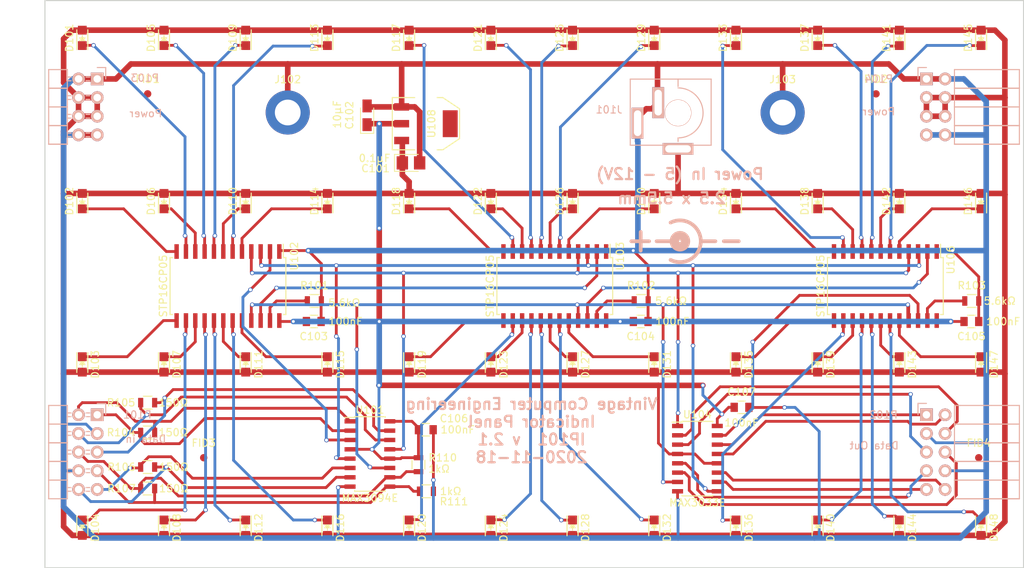
<source format=kicad_pcb>
(kicad_pcb (version 20171130) (host pcbnew 5.1.8+dfsg1-1)
  (title_block (title "Indicator Panel") (date 2018-01-27) (rev 2.0) (company "Vintage Computer Engineering"))
  (layers (0 F.Cu signal) (31 B.Cu signal) (34 B.Paste user) (35 F.Paste user) (36 B.SilkS user) (37 F.SilkS user) (38 B.Mask user) (39 F.Mask user) (44 Edge.Cuts user))
  (net 0 "")
  (net 1 +12V)
  (net 2 GND)
  (net 3 "Net-(U102-Pad22)")
  (net 4 "Net-(U103-Pad22)")
  (net 5 "Net-(P101-Pad1)")
  (net 6 "Net-(P101-Pad2)")
  (net 7 "Net-(P101-Pad5)")
  (net 8 "Net-(P101-Pad6)")
  (net 9 "Net-(P102-Pad1)")
  (net 10 "Net-(P102-Pad2)")
  (net 11 "Net-(R101-Pad1)")
  (net 12 "Net-(R102-Pad1)")
  (net 13 "Net-(R103-Pad1)")
  (net 14 +3V3)
  (net 15 "Net-(D101-Pad1)")
  (net 16 "Net-(D102-Pad1)")
  (net 17 "Net-(D103-Pad1)")
  (net 18 "Net-(D104-Pad1)")
  (net 19 "Net-(D105-Pad1)")
  (net 20 "Net-(D106-Pad1)")
  (net 21 "Net-(D107-Pad1)")
  (net 22 "Net-(D108-Pad1)")
  (net 23 "Net-(D109-Pad1)")
  (net 24 "Net-(D110-Pad1)")
  (net 25 "Net-(D111-Pad1)")
  (net 26 "Net-(D112-Pad1)")
  (net 27 "Net-(D113-Pad1)")
  (net 28 "Net-(D114-Pad1)")
  (net 29 "Net-(D115-Pad1)")
  (net 30 "Net-(D116-Pad1)")
  (net 31 "Net-(D117-Pad1)")
  (net 32 "Net-(D118-Pad1)")
  (net 33 "Net-(D119-Pad1)")
  (net 34 "Net-(D120-Pad1)")
  (net 35 "Net-(D121-Pad1)")
  (net 36 "Net-(D122-Pad1)")
  (net 37 "Net-(D123-Pad1)")
  (net 38 "Net-(D124-Pad1)")
  (net 39 "Net-(D125-Pad1)")
  (net 40 "Net-(D126-Pad1)")
  (net 41 "Net-(D127-Pad1)")
  (net 42 "Net-(D128-Pad1)")
  (net 43 "Net-(D129-Pad1)")
  (net 44 "Net-(D130-Pad1)")
  (net 45 "Net-(D131-Pad1)")
  (net 46 "Net-(D132-Pad1)")
  (net 47 "Net-(D133-Pad1)")
  (net 48 "Net-(D134-Pad1)")
  (net 49 "Net-(D135-Pad1)")
  (net 50 "Net-(D136-Pad1)")
  (net 51 "Net-(D137-Pad1)")
  (net 52 "Net-(D138-Pad1)")
  (net 53 "Net-(D139-Pad1)")
  (net 54 "Net-(D140-Pad1)")
  (net 55 "Net-(D141-Pad1)")
  (net 56 "Net-(D142-Pad1)")
  (net 57 "Net-(D143-Pad1)")
  (net 58 "Net-(D144-Pad1)")
  (net 59 "Net-(D145-Pad1)")
  (net 60 "Net-(D146-Pad1)")
  (net 61 "Net-(D147-Pad1)")
  (net 62 "Net-(D148-Pad1)")
  (net 63 "Net-(P101-Pad4)")
  (net 64 "Net-(P101-Pad7)")
  (net 65 "Net-(P102-Pad4)")
  (net 66 "Net-(P102-Pad5)")
  (net 67 "Net-(P101-Pad9)")
  (net 68 "Net-(P101-Pad10)")
  (net 69 "Net-(P102-Pad6)")
  (net 70 "Net-(P102-Pad7)")
  (net 71 "Net-(P102-Pad9)")
  (net 72 "Net-(P102-Pad10)")
  (net 73 "Net-(U101-Pad3)")
  (net 74 "Net-(U101-Pad5)")
  (net 75 "Net-(U101-Pad11)")
  (net 76 "Net-(U101-Pad13)")
  (net 77 "Net-(U104-Pad15)")
  (module myMods:Barrel (layer B.Cu) (at 142.748 90.17)
    (fp_text reference PowerLogo1 hide)
    (fp_text value "Power Logo")
  )
  (module myMods:PJ-032B (layer B.Cu) (at 142.494 77.597 90)
    (fp_text reference J101 (at 5.334 -9.398) (layer B.SilkS) (effects (justify mirror)))
    (fp_text value "Power In (5 - 12V)" (at -3.429 0.254) (layer B.SilkS) (effects (font (size 1.5 1.5) (thickness 0.3)) (justify mirror)))
    (pad "" np_thru_hole circle (at 4.9 0) (size 3.5 3.5) (drill 3.5) (layers *.Cu *.Mask B.SilkS))
    (pad 1 thru_hole rect (at 0 0 90) (size 1.6 4.2) (drill oval 1 3.5) (layers *.Cu *.Mask B.SilkS) (net 1 +12V))
    (pad 2 thru_hole rect (at 3.5 -5.5) (size 1.6 4.2) (drill oval 1 3.5) (layers *.Cu *.Mask B.SilkS) (net 2 GND))
    (pad 3 thru_hole rect (at 6.3 -2.7) (size 1.6 4.2) (drill oval 1 3.5) (layers *.Cu *.Mask B.SilkS) (net 2 GND))
  )
  (module MountingHole:MountingHole_3.5mm (layer F.Cu) (at 156.718 118.364)
    (fp_text reference H102 hide)
    (fp_text value MountingHole hide)
    (pad 1 np_thru_hole circle (at 0 0) (size 3.5 3.5) (drill 3.5) (layers *.Cu *.Mask))
  )
  (module MountingHole:MountingHole_3.5mm (layer F.Cu) (at 89.408 118.364)
    (fp_text reference H101 hide)
    (fp_text value MountingHole hide)
    (pad 1 np_thru_hole circle (at 0 0) (size 3.5 3.5) (drill 3.5) (layers *.Cu *.Mask))
  )
  (module Fiducial:Fiducial_1mm_Mask2mm (layer F.Cu) (at 183.388 119.634)
    (fp_text reference FID4 (at 0 -2) (layer F.SilkS))
    (fp_text value Fiducial)
    (pad "" smd circle (at 0 0) (size 1 1) (layers F.Cu F.Mask) (clearance 0.5))
  )
  (module Fiducial:Fiducial_1mm_Mask2mm (layer F.Cu) (at 77.978 119.634)
    (fp_text reference FID3 (at 0 -2) (layer F.SilkS))
    (fp_text value Fiducial)
    (pad "" smd circle (at 0 0) (size 1 1) (layers F.Cu F.Mask) (clearance 0.5))
  )
  (module Fiducial:Fiducial_1mm_Mask2mm (layer F.Cu) (at 169.418 70.104)
    (fp_text reference FID2 (at 0 -2) (layer F.SilkS))
    (fp_text value Fiducial)
    (pad "" smd circle (at 0 0) (size 1 1) (layers F.Cu F.Mask) (clearance 0.5))
  )
  (module Fiducial:Fiducial_1mm_Mask2mm (layer F.Cu) (at 70.358 70.104)
    (fp_text reference FID1 (at 0 -2) (layer F.SilkS))
    (fp_text value Fiducial)
    (pad "" smd circle (at 0 0) (size 1 1) (layers F.Cu F.Mask) (clearance 0.5))
  )
  (module Pin_Headers:Pin_Header_Angled_2x05 (layer B.Cu) (at 63.5 113.792 180)
    (fp_text reference P101 (at -5.461 0 180) (layer B.SilkS) (effects (justify mirror)))
    (fp_text value "Data in" (at -6.604 -3.302 180) (layer B.SilkS) (effects (justify mirror)))
    (pad 1 thru_hole rect (at 0 0 180) (size 1.7272 1.7272) (drill 1.016) (layers *.Cu *.Mask B.SilkS) (net 5 "Net-(P101-Pad1)"))
    (pad 2 thru_hole oval (at 2.54 0 180) (size 1.7272 1.7272) (drill 1.016) (layers *.Cu *.Mask B.SilkS) (net 6 "Net-(P101-Pad2)"))
    (pad 3 thru_hole oval (at 0 -2.54 180) (size 1.7272 1.7272) (drill 1.016) (layers *.Cu *.Mask B.SilkS) (net 2 GND))
    (pad 4 thru_hole oval (at 2.54 -2.54 180) (size 1.7272 1.7272) (drill 1.016) (layers *.Cu *.Mask B.SilkS) (net 63 "Net-(P101-Pad4)"))
    (pad 5 thru_hole oval (at 0 -5.08 180) (size 1.7272 1.7272) (drill 1.016) (layers *.Cu *.Mask B.SilkS) (net 7 "Net-(P101-Pad5)"))
    (pad 6 thru_hole oval (at 2.54 -5.08 180) (size 1.7272 1.7272) (drill 1.016) (layers *.Cu *.Mask B.SilkS) (net 8 "Net-(P101-Pad6)"))
    (pad 7 thru_hole oval (at 0 -7.62 180) (size 1.7272 1.7272) (drill 1.016) (layers *.Cu *.Mask B.SilkS) (net 64 "Net-(P101-Pad7)"))
    (pad 8 thru_hole oval (at 2.54 -7.62 180) (size 1.7272 1.7272) (drill 1.016) (layers *.Cu *.Mask B.SilkS) (net 2 GND))
    (pad 9 thru_hole oval (at 0 -10.16 180) (size 1.7272 1.7272) (drill 1.016) (layers *.Cu *.Mask B.SilkS) (net 67 "Net-(P101-Pad9)"))
    (pad 10 thru_hole oval (at 2.54 -10.16 180) (size 1.7272 1.7272) (drill 1.016) (layers *.Cu *.Mask B.SilkS) (net 68 "Net-(P101-Pad10)"))
  )
  (module Pin_Headers:Pin_Header_Angled_2x04 (layer B.Cu) (at 63.5 68.072 180)
    (fp_text reference P103 (at -6.477 0.127 180) (layer B.SilkS) (effects (justify mirror)))
    (fp_text value Power (at -6.604 -4.699 180) (layer B.SilkS) (effects (justify mirror)))
    (pad 1 thru_hole rect (at 0 0 180) (size 1.7272 1.7272) (drill 1.016) (layers *.Cu *.Mask B.SilkS) (net 2 GND))
    (pad 2 thru_hole oval (at 2.54 0 180) (size 1.7272 1.7272) (drill 1.016) (layers *.Cu *.Mask B.SilkS) (net 2 GND))
    (pad 3 thru_hole oval (at 0 -2.54 180) (size 1.7272 1.7272) (drill 1.016) (layers *.Cu *.Mask B.SilkS) (net 1 +12V))
    (pad 4 thru_hole oval (at 2.54 -2.54 180) (size 1.7272 1.7272) (drill 1.016) (layers *.Cu *.Mask B.SilkS) (net 1 +12V))
    (pad 5 thru_hole oval (at 0 -5.08 180) (size 1.7272 1.7272) (drill 1.016) (layers *.Cu *.Mask B.SilkS) (net 1 +12V))
    (pad 6 thru_hole oval (at 2.54 -5.08 180) (size 1.7272 1.7272) (drill 1.016) (layers *.Cu *.Mask B.SilkS) (net 1 +12V))
    (pad 7 thru_hole oval (at 0 -7.62 180) (size 1.7272 1.7272) (drill 1.016) (layers *.Cu *.Mask B.SilkS) (net 2 GND))
    (pad 8 thru_hole oval (at 2.54 -7.62 180) (size 1.7272 1.7272) (drill 1.016) (layers *.Cu *.Mask B.SilkS) (net 2 GND))
  )
  (module Mounting_Holes:MountingHole_3-5mm (layer F.Cu) (at 89.408 72.644)
    (fp_text reference J102 (at 0 -4.50088) (layer F.SilkS))
    (fp_text value GND)
    (pad 1 thru_hole circle (at 0 0) (size 6 6) (drill 3.5) (layers *.Cu *.Mask) (net 2 GND))
  )
  (module Mounting_Holes:MountingHole_3-5mm (layer F.Cu) (at 156.718 72.644)
    (fp_text reference J103 (at 0 -4.50088) (layer F.SilkS))
    (fp_text value GND)
    (pad 1 thru_hole circle (at 0 0) (size 6 6) (drill 3.5) (layers *.Cu *.Mask) (net 2 GND))
  )
  (module LEDs:LED-0805 (layer F.Cu) (at 139.2555 62.484 90)
    (fp_text reference D129 (at 0 -1.75 90) (layer F.SilkS))
    (fp_text value LED-45)
    (pad 2 smd rect (at 1.04902 0 270) (size 1.19888 1.19888) (layers F.Cu F.Paste F.Mask) (net 1 +12V))
    (pad 1 smd rect (at -1.04902 0 270) (size 1.19888 1.19888) (layers F.Cu F.Paste F.Mask) (net 43 "Net-(D129-Pad1)"))
  )
  (module Resistors_SMD:R_0805 (layer F.Cu) (at 108.27 124.206)
    (fp_text reference R111 (at 3.744 1.397) (layer F.SilkS))
    (fp_text value 1kΩ (at 3.302 0) (layer F.SilkS))
    (pad 1 smd rect (at -0.95 0) (size 0.7 1.3) (layers F.Cu F.Paste F.Mask) (net 64 "Net-(P101-Pad7)"))
    (pad 2 smd rect (at 0.95 0) (size 0.7 1.3) (layers F.Cu F.Paste F.Mask) (net 2 GND))
  )
  (module Housings_SOIC:SOIC-16_3.9x9.9mm_Pitch1.27mm (layer F.Cu) (at 100.584 119.126)
    (fp_text reference U101 (at 0 -6) (layer F.SilkS))
    (fp_text value MAX3094E (at 0 6) (layer F.SilkS))
    (pad 1 smd rect (at -2.7 -4.445) (size 1.5 0.6) (layers F.Cu F.Paste F.Mask) (net 6 "Net-(P101-Pad2)"))
    (pad 2 smd rect (at -2.7 -3.175) (size 1.5 0.6) (layers F.Cu F.Paste F.Mask) (net 5 "Net-(P101-Pad1)"))
    (pad 3 smd rect (at -2.7 -1.905) (size 1.5 0.6) (layers F.Cu F.Paste F.Mask) (net 73 "Net-(U101-Pad3)"))
    (pad 4 smd rect (at -2.7 -0.635) (size 1.5 0.6) (layers F.Cu F.Paste F.Mask) (net 14 +3V3))
    (pad 5 smd rect (at -2.7 0.635) (size 1.5 0.6) (layers F.Cu F.Paste F.Mask) (net 74 "Net-(U101-Pad5)"))
    (pad 6 smd rect (at -2.7 1.905) (size 1.5 0.6) (layers F.Cu F.Paste F.Mask) (net 67 "Net-(P101-Pad9)"))
    (pad 7 smd rect (at -2.7 3.175) (size 1.5 0.6) (layers F.Cu F.Paste F.Mask) (net 68 "Net-(P101-Pad10)"))
    (pad 8 smd rect (at -2.7 4.445) (size 1.5 0.6) (layers F.Cu F.Paste F.Mask) (net 2 GND))
    (pad 9 smd rect (at 2.7 4.445) (size 1.5 0.6) (layers F.Cu F.Paste F.Mask) (net 64 "Net-(P101-Pad7)"))
    (pad 10 smd rect (at 2.7 3.175) (size 1.5 0.6) (layers F.Cu F.Paste F.Mask) (net 8 "Net-(P101-Pad6)"))
    (pad 11 smd rect (at 2.7 1.905) (size 1.5 0.6) (layers F.Cu F.Paste F.Mask) (net 75 "Net-(U101-Pad11)"))
    (pad 12 smd rect (at 2.7 0.635) (size 1.5 0.6) (layers F.Cu F.Paste F.Mask) (net 14 +3V3))
    (pad 13 smd rect (at 2.7 -0.635) (size 1.5 0.6) (layers F.Cu F.Paste F.Mask) (net 76 "Net-(U101-Pad13)"))
    (pad 14 smd rect (at 2.7 -1.905) (size 1.5 0.6) (layers F.Cu F.Paste F.Mask) (net 63 "Net-(P101-Pad4)"))
    (pad 15 smd rect (at 2.7 -3.175) (size 1.5 0.6) (layers F.Cu F.Paste F.Mask) (net 7 "Net-(P101-Pad5)"))
    (pad 16 smd rect (at 2.7 -4.445) (size 1.5 0.6) (layers F.Cu F.Paste F.Mask) (net 14 +3V3))
  )
  (module Resistors_SMD:R_0805 (layer F.Cu) (at 70.358 120.904)
    (fp_text reference R106 (at -3.556 0) (layer F.SilkS))
    (fp_text value 150Ω (at 3.556 0) (layer F.SilkS))
    (pad 1 smd rect (at -0.95 0) (size 0.7 1.3) (layers F.Cu F.Paste F.Mask) (net 67 "Net-(P101-Pad9)"))
    (pad 2 smd rect (at 0.95 0) (size 0.7 1.3) (layers F.Cu F.Paste F.Mask) (net 68 "Net-(P101-Pad10)"))
  )
  (module Housings_SOIC:SOIC-24_7.5x15.4mm_Pitch1.27mm (layer F.Cu) (at 81.28 96.266 270)
    (fp_text reference U102 (at -4.064 -9.017 270) (layer F.SilkS))
    (fp_text value STP16CP05 (at 0 8.8 270) (layer F.SilkS))
    (pad 1 smd rect (at -4.7 -6.985 270) (size 2 0.6) (layers F.Cu F.Paste F.Mask) (net 2 GND))
    (pad 2 smd rect (at -4.7 -5.715 270) (size 2 0.6) (layers F.Cu F.Paste F.Mask) (net 73 "Net-(U101-Pad3)"))
    (pad 3 smd rect (at -4.7 -4.445 270) (size 2 0.6) (layers F.Cu F.Paste F.Mask) (net 74 "Net-(U101-Pad5)"))
    (pad 4 smd rect (at -4.7 -3.175 270) (size 2 0.6) (layers F.Cu F.Paste F.Mask) (net 76 "Net-(U101-Pad13)"))
    (pad 5 smd rect (at -4.7 -1.905 270) (size 2 0.6) (layers F.Cu F.Paste F.Mask) (net 28 "Net-(D114-Pad1)"))
    (pad 6 smd rect (at -4.7 -0.635 270) (size 2 0.6) (layers F.Cu F.Paste F.Mask) (net 27 "Net-(D113-Pad1)"))
    (pad 7 smd rect (at -4.7 0.635 270) (size 2 0.6) (layers F.Cu F.Paste F.Mask) (net 24 "Net-(D110-Pad1)"))
    (pad 8 smd rect (at -4.7 1.905 270) (size 2 0.6) (layers F.Cu F.Paste F.Mask) (net 23 "Net-(D109-Pad1)"))
    (pad 9 smd rect (at -4.7 3.175 270) (size 2 0.6) (layers F.Cu F.Paste F.Mask) (net 19 "Net-(D105-Pad1)"))
    (pad 10 smd rect (at -4.7 4.445 270) (size 2 0.6) (layers F.Cu F.Paste F.Mask) (net 20 "Net-(D106-Pad1)"))
    (pad 11 smd rect (at -4.7 5.715 270) (size 2 0.6) (layers F.Cu F.Paste F.Mask) (net 15 "Net-(D101-Pad1)"))
    (pad 12 smd rect (at -4.7 6.985 270) (size 2 0.6) (layers F.Cu F.Paste F.Mask) (net 16 "Net-(D102-Pad1)"))
    (pad 13 smd rect (at 4.7 6.985 270) (size 2 0.6) (layers F.Cu F.Paste F.Mask) (net 17 "Net-(D103-Pad1)"))
    (pad 14 smd rect (at 4.7 5.715 270) (size 2 0.6) (layers F.Cu F.Paste F.Mask) (net 18 "Net-(D104-Pad1)"))
    (pad 15 smd rect (at 4.7 4.445 270) (size 2 0.6) (layers F.Cu F.Paste F.Mask) (net 21 "Net-(D107-Pad1)"))
    (pad 16 smd rect (at 4.7 3.175 270) (size 2 0.6) (layers F.Cu F.Paste F.Mask) (net 22 "Net-(D108-Pad1)"))
    (pad 17 smd rect (at 4.7 1.905 270) (size 2 0.6) (layers F.Cu F.Paste F.Mask) (net 26 "Net-(D112-Pad1)"))
    (pad 18 smd rect (at 4.7 0.635 270) (size 2 0.6) (layers F.Cu F.Paste F.Mask) (net 25 "Net-(D111-Pad1)"))
    (pad 19 smd rect (at 4.7 -0.635 270) (size 2 0.6) (layers F.Cu F.Paste F.Mask) (net 30 "Net-(D116-Pad1)"))
    (pad 20 smd rect (at 4.7 -1.905 270) (size 2 0.6) (layers F.Cu F.Paste F.Mask) (net 29 "Net-(D115-Pad1)"))
    (pad 21 smd rect (at 4.7 -3.175 270) (size 2 0.6) (layers F.Cu F.Paste F.Mask) (net 75 "Net-(U101-Pad11)"))
    (pad 22 smd rect (at 4.7 -4.445 270) (size 2 0.6) (layers F.Cu F.Paste F.Mask) (net 3 "Net-(U102-Pad22)"))
    (pad 23 smd rect (at 4.7 -5.715 270) (size 2 0.6) (layers F.Cu F.Paste F.Mask) (net 11 "Net-(R101-Pad1)"))
    (pad 24 smd rect (at 4.7 -6.985 270) (size 2 0.6) (layers F.Cu F.Paste F.Mask) (net 14 +3V3))
  )
  (module Housings_SOIC:SOIC-24_7.5x15.4mm_Pitch1.27mm (layer F.Cu) (at 125.73 96.266 270)
    (fp_text reference U103 (at -4.064 -8.89 270) (layer F.SilkS))
    (fp_text value STP16CP05 (at 0 8.8 270) (layer F.SilkS))
    (pad 1 smd rect (at -4.7 -6.985 270) (size 2 0.6) (layers F.Cu F.Paste F.Mask) (net 2 GND))
    (pad 2 smd rect (at -4.7 -5.715 270) (size 2 0.6) (layers F.Cu F.Paste F.Mask) (net 3 "Net-(U102-Pad22)"))
    (pad 3 smd rect (at -4.7 -4.445 270) (size 2 0.6) (layers F.Cu F.Paste F.Mask) (net 74 "Net-(U101-Pad5)"))
    (pad 4 smd rect (at -4.7 -3.175 270) (size 2 0.6) (layers F.Cu F.Paste F.Mask) (net 76 "Net-(U101-Pad13)"))
    (pad 5 smd rect (at -4.7 -1.905 270) (size 2 0.6) (layers F.Cu F.Paste F.Mask) (net 44 "Net-(D130-Pad1)"))
    (pad 6 smd rect (at -4.7 -0.635 270) (size 2 0.6) (layers F.Cu F.Paste F.Mask) (net 43 "Net-(D129-Pad1)"))
    (pad 7 smd rect (at -4.7 0.635 270) (size 2 0.6) (layers F.Cu F.Paste F.Mask) (net 40 "Net-(D126-Pad1)"))
    (pad 8 smd rect (at -4.7 1.905 270) (size 2 0.6) (layers F.Cu F.Paste F.Mask) (net 39 "Net-(D125-Pad1)"))
    (pad 9 smd rect (at -4.7 3.175 270) (size 2 0.6) (layers F.Cu F.Paste F.Mask) (net 35 "Net-(D121-Pad1)"))
    (pad 10 smd rect (at -4.7 4.445 270) (size 2 0.6) (layers F.Cu F.Paste F.Mask) (net 36 "Net-(D122-Pad1)"))
    (pad 11 smd rect (at -4.7 5.715 270) (size 2 0.6) (layers F.Cu F.Paste F.Mask) (net 31 "Net-(D117-Pad1)"))
    (pad 12 smd rect (at -4.7 6.985 270) (size 2 0.6) (layers F.Cu F.Paste F.Mask) (net 32 "Net-(D118-Pad1)"))
    (pad 13 smd rect (at 4.7 6.985 270) (size 2 0.6) (layers F.Cu F.Paste F.Mask) (net 33 "Net-(D119-Pad1)"))
    (pad 14 smd rect (at 4.7 5.715 270) (size 2 0.6) (layers F.Cu F.Paste F.Mask) (net 34 "Net-(D120-Pad1)"))
    (pad 15 smd rect (at 4.7 4.445 270) (size 2 0.6) (layers F.Cu F.Paste F.Mask) (net 37 "Net-(D123-Pad1)"))
    (pad 16 smd rect (at 4.7 3.175 270) (size 2 0.6) (layers F.Cu F.Paste F.Mask) (net 38 "Net-(D124-Pad1)"))
    (pad 17 smd rect (at 4.7 1.905 270) (size 2 0.6) (layers F.Cu F.Paste F.Mask) (net 42 "Net-(D128-Pad1)"))
    (pad 18 smd rect (at 4.7 0.635 270) (size 2 0.6) (layers F.Cu F.Paste F.Mask) (net 41 "Net-(D127-Pad1)"))
    (pad 19 smd rect (at 4.7 -0.635 270) (size 2 0.6) (layers F.Cu F.Paste F.Mask) (net 46 "Net-(D132-Pad1)"))
    (pad 20 smd rect (at 4.7 -1.905 270) (size 2 0.6) (layers F.Cu F.Paste F.Mask) (net 45 "Net-(D131-Pad1)"))
    (pad 21 smd rect (at 4.7 -3.175 270) (size 2 0.6) (layers F.Cu F.Paste F.Mask) (net 75 "Net-(U101-Pad11)"))
    (pad 22 smd rect (at 4.7 -4.445 270) (size 2 0.6) (layers F.Cu F.Paste F.Mask) (net 4 "Net-(U103-Pad22)"))
    (pad 23 smd rect (at 4.7 -5.715 270) (size 2 0.6) (layers F.Cu F.Paste F.Mask) (net 12 "Net-(R102-Pad1)"))
    (pad 24 smd rect (at 4.7 -6.985 270) (size 2 0.6) (layers F.Cu F.Paste F.Mask) (net 14 +3V3))
  )
  (module Housings_SOIC:SOIC-24_7.5x15.4mm_Pitch1.27mm (layer F.Cu) (at 170.688 96.266 270)
    (fp_text reference U106 (at -3.556 -8.89 270) (layer F.SilkS))
    (fp_text value STP16CP05 (at 0 8.8 270) (layer F.SilkS))
    (pad 1 smd rect (at -4.7 -6.985 270) (size 2 0.6) (layers F.Cu F.Paste F.Mask) (net 2 GND))
    (pad 2 smd rect (at -4.7 -5.715 270) (size 2 0.6) (layers F.Cu F.Paste F.Mask) (net 4 "Net-(U103-Pad22)"))
    (pad 3 smd rect (at -4.7 -4.445 270) (size 2 0.6) (layers F.Cu F.Paste F.Mask) (net 74 "Net-(U101-Pad5)"))
    (pad 4 smd rect (at -4.7 -3.175 270) (size 2 0.6) (layers F.Cu F.Paste F.Mask) (net 76 "Net-(U101-Pad13)"))
    (pad 5 smd rect (at -4.7 -1.905 270) (size 2 0.6) (layers F.Cu F.Paste F.Mask) (net 60 "Net-(D146-Pad1)"))
    (pad 6 smd rect (at -4.7 -0.635 270) (size 2 0.6) (layers F.Cu F.Paste F.Mask) (net 59 "Net-(D145-Pad1)"))
    (pad 7 smd rect (at -4.7 0.635 270) (size 2 0.6) (layers F.Cu F.Paste F.Mask) (net 56 "Net-(D142-Pad1)"))
    (pad 8 smd rect (at -4.7 1.905 270) (size 2 0.6) (layers F.Cu F.Paste F.Mask) (net 55 "Net-(D141-Pad1)"))
    (pad 9 smd rect (at -4.7 3.175 270) (size 2 0.6) (layers F.Cu F.Paste F.Mask) (net 51 "Net-(D137-Pad1)"))
    (pad 10 smd rect (at -4.7 4.445 270) (size 2 0.6) (layers F.Cu F.Paste F.Mask) (net 52 "Net-(D138-Pad1)"))
    (pad 11 smd rect (at -4.7 5.715 270) (size 2 0.6) (layers F.Cu F.Paste F.Mask) (net 47 "Net-(D133-Pad1)"))
    (pad 12 smd rect (at -4.7 6.985 270) (size 2 0.6) (layers F.Cu F.Paste F.Mask) (net 48 "Net-(D134-Pad1)"))
    (pad 13 smd rect (at 4.7 6.985 270) (size 2 0.6) (layers F.Cu F.Paste F.Mask) (net 49 "Net-(D135-Pad1)"))
    (pad 14 smd rect (at 4.7 5.715 270) (size 2 0.6) (layers F.Cu F.Paste F.Mask) (net 50 "Net-(D136-Pad1)"))
    (pad 15 smd rect (at 4.7 4.445 270) (size 2 0.6) (layers F.Cu F.Paste F.Mask) (net 53 "Net-(D139-Pad1)"))
    (pad 16 smd rect (at 4.7 3.175 270) (size 2 0.6) (layers F.Cu F.Paste F.Mask) (net 54 "Net-(D140-Pad1)"))
    (pad 17 smd rect (at 4.7 1.905 270) (size 2 0.6) (layers F.Cu F.Paste F.Mask) (net 58 "Net-(D144-Pad1)"))
    (pad 18 smd rect (at 4.7 0.635 270) (size 2 0.6) (layers F.Cu F.Paste F.Mask) (net 57 "Net-(D143-Pad1)"))
    (pad 19 smd rect (at 4.7 -0.635 270) (size 2 0.6) (layers F.Cu F.Paste F.Mask) (net 62 "Net-(D148-Pad1)"))
    (pad 20 smd rect (at 4.7 -1.905 270) (size 2 0.6) (layers F.Cu F.Paste F.Mask) (net 61 "Net-(D147-Pad1)"))
    (pad 21 smd rect (at 4.7 -3.175 270) (size 2 0.6) (layers F.Cu F.Paste F.Mask) (net 75 "Net-(U101-Pad11)"))
    (pad 22 smd rect (at 4.7 -4.445 270) (size 2 0.6) (layers F.Cu F.Paste F.Mask) (net 77 "Net-(U104-Pad15)"))
    (pad 23 smd rect (at 4.7 -5.715 270) (size 2 0.6) (layers F.Cu F.Paste F.Mask) (net 13 "Net-(R103-Pad1)"))
    (pad 24 smd rect (at 4.7 -6.985 270) (size 2 0.6) (layers F.Cu F.Paste F.Mask) (net 14 +3V3))
  )
  (module TO_SOT_Packages_SMD:SOT-223 (layer F.Cu) (at 108.204 74.168 270)
    (fp_text reference U108 (at 0 -0.762 270) (layer F.SilkS))
    (fp_text value SPX1117M3-L-3-3)
    (pad 4 smd rect (at 0 -3.302 270) (size 3.6576 2.032) (layers F.Cu F.Paste F.Mask))
    (pad 2 smd rect (at 0 3.302 270) (size 1.016 2.032) (layers F.Cu F.Paste F.Mask) (net 14 +3V3))
    (pad 3 smd rect (at 2.286 3.302 270) (size 1.016 2.032) (layers F.Cu F.Paste F.Mask) (net 1 +12V))
    (pad 1 smd rect (at -2.286 3.302 270) (size 1.016 2.032) (layers F.Cu F.Paste F.Mask) (net 2 GND))
  )
  (module Socket_Strips:Socket_Strip_Angled_2x05 (layer B.Cu) (at 176.276 113.792 270)
    (fp_text reference P102 (at 0 5.842) (layer B.SilkS) (effects (justify mirror)))
    (fp_text value "Data Out" (at 4.191 7.112) (layer B.SilkS) (effects (justify mirror)))
    (pad 1 thru_hole rect (at 0 0 270) (size 1.7272 1.7272) (drill 1.016) (layers *.Cu *.Mask B.SilkS) (net 9 "Net-(P102-Pad1)"))
    (pad 2 thru_hole oval (at 0 -2.54 270) (size 1.7272 1.7272) (drill 1.016) (layers *.Cu *.Mask B.SilkS) (net 10 "Net-(P102-Pad2)"))
    (pad 3 thru_hole oval (at 2.54 0 270) (size 1.7272 1.7272) (drill 1.016) (layers *.Cu *.Mask B.SilkS) (net 2 GND))
    (pad 4 thru_hole oval (at 2.54 -2.54 270) (size 1.7272 1.7272) (drill 1.016) (layers *.Cu *.Mask B.SilkS) (net 65 "Net-(P102-Pad4)"))
    (pad 5 thru_hole oval (at 5.08 0 270) (size 1.7272 1.7272) (drill 1.016) (layers *.Cu *.Mask B.SilkS) (net 66 "Net-(P102-Pad5)"))
    (pad 6 thru_hole oval (at 5.08 -2.54 270) (size 1.7272 1.7272) (drill 1.016) (layers *.Cu *.Mask B.SilkS) (net 69 "Net-(P102-Pad6)"))
    (pad 7 thru_hole oval (at 7.62 0 270) (size 1.7272 1.7272) (drill 1.016) (layers *.Cu *.Mask B.SilkS) (net 70 "Net-(P102-Pad7)"))
    (pad 8 thru_hole oval (at 7.62 -2.54 270) (size 1.7272 1.7272) (drill 1.016) (layers *.Cu *.Mask B.SilkS) (net 2 GND))
    (pad 9 thru_hole oval (at 10.16 0 270) (size 1.7272 1.7272) (drill 1.016) (layers *.Cu *.Mask B.SilkS) (net 71 "Net-(P102-Pad9)"))
    (pad 10 thru_hole oval (at 10.16 -2.54 270) (size 1.7272 1.7272) (drill 1.016) (layers *.Cu *.Mask B.SilkS) (net 72 "Net-(P102-Pad10)"))
  )
  (module Socket_Strips:Socket_Strip_Angled_2x04 (layer B.Cu) (at 176.276 68.072 270)
    (fp_text reference P104 (at 0 6.477) (layer B.SilkS) (effects (justify mirror)))
    (fp_text value Power (at 4.445 6.477) (layer B.SilkS) (effects (justify mirror)))
    (pad 1 thru_hole rect (at 0 0 270) (size 1.7272 1.7272) (drill 1.016) (layers *.Cu *.Mask B.SilkS) (net 2 GND))
    (pad 2 thru_hole oval (at 0 -2.54 270) (size 1.7272 1.7272) (drill 1.016) (layers *.Cu *.Mask B.SilkS) (net 2 GND))
    (pad 3 thru_hole oval (at 2.54 0 270) (size 1.7272 1.7272) (drill 1.016) (layers *.Cu *.Mask B.SilkS) (net 1 +12V))
    (pad 4 thru_hole oval (at 2.54 -2.54 270) (size 1.7272 1.7272) (drill 1.016) (layers *.Cu *.Mask B.SilkS) (net 1 +12V))
    (pad 5 thru_hole oval (at 5.08 0 270) (size 1.7272 1.7272) (drill 1.016) (layers *.Cu *.Mask B.SilkS) (net 1 +12V))
    (pad 6 thru_hole oval (at 5.08 -2.54 270) (size 1.7272 1.7272) (drill 1.016) (layers *.Cu *.Mask B.SilkS) (net 1 +12V))
    (pad 7 thru_hole oval (at 7.62 0 270) (size 1.7272 1.7272) (drill 1.016) (layers *.Cu *.Mask B.SilkS) (net 2 GND))
    (pad 8 thru_hole oval (at 7.62 -2.54 270) (size 1.7272 1.7272) (drill 1.016) (layers *.Cu *.Mask B.SilkS) (net 2 GND))
  )
  (module Capacitors_SMD:C_0805 (layer F.Cu) (at 92.948 101.092)
    (fp_text reference C103 (at 0 2.032) (layer F.SilkS))
    (fp_text value 100nF (at 4.318 0) (layer F.SilkS))
    (pad 1 smd rect (at -1 0) (size 1 1.25) (layers F.Cu F.Paste F.Mask) (net 14 +3V3))
    (pad 2 smd rect (at 1 0) (size 1 1.25) (layers F.Cu F.Paste F.Mask) (net 2 GND))
  )
  (module Capacitors_SMD:C_0805 (layer F.Cu) (at 137.414 101.092)
    (fp_text reference C104 (at 0 2.032) (layer F.SilkS))
    (fp_text value 100nF (at 4.318 0) (layer F.SilkS))
    (pad 1 smd rect (at -1 0) (size 1 1.25) (layers F.Cu F.Paste F.Mask) (net 14 +3V3))
    (pad 2 smd rect (at 1 0) (size 1 1.25) (layers F.Cu F.Paste F.Mask) (net 2 GND))
  )
  (module Capacitors_SMD:C_0805 (layer F.Cu) (at 182.388 101.092)
    (fp_text reference C105 (at 0 2.032) (layer F.SilkS))
    (fp_text value 100nF (at 4.318 0) (layer F.SilkS))
    (pad 1 smd rect (at -1 0) (size 1 1.25) (layers F.Cu F.Paste F.Mask) (net 14 +3V3))
    (pad 2 smd rect (at 1 0) (size 1 1.25) (layers F.Cu F.Paste F.Mask) (net 2 GND))
  )
  (module Capacitors_SMD:C_0805 (layer F.Cu) (at 108.188 115.824)
    (fp_text reference C106 (at 3.826 -1.524) (layer F.SilkS))
    (fp_text value 100nF (at 4.334 0) (layer F.SilkS))
    (pad 1 smd rect (at -1 0) (size 1 1.25) (layers F.Cu F.Paste F.Mask) (net 14 +3V3))
    (pad 2 smd rect (at 1 0) (size 1 1.25) (layers F.Cu F.Paste F.Mask) (net 2 GND))
  )
  (module Capacitors_SMD:C_0805 (layer F.Cu) (at 151.13 112.776)
    (fp_text reference C107 (at 0 -2.1) (layer F.SilkS))
    (fp_text value 100nF (at 0 2.1) (layer F.SilkS))
    (pad 1 smd rect (at -1 0) (size 1 1.25) (layers F.Cu F.Paste F.Mask) (net 14 +3V3))
    (pad 2 smd rect (at 1 0) (size 1 1.25) (layers F.Cu F.Paste F.Mask) (net 2 GND))
  )
  (module Resistors_SMD:R_0805 (layer F.Cu) (at 93.03 98.298)
    (fp_text reference R101 (at 0 -2.1) (layer F.SilkS))
    (fp_text value 5.6kΩ (at 4.064 0.254) (layer F.SilkS))
    (pad 1 smd rect (at -0.95 0) (size 0.7 1.3) (layers F.Cu F.Paste F.Mask) (net 11 "Net-(R101-Pad1)"))
    (pad 2 smd rect (at 0.95 0) (size 0.7 1.3) (layers F.Cu F.Paste F.Mask) (net 2 GND))
  )
  (module Resistors_SMD:R_0805 (layer F.Cu) (at 137.48 98.298)
    (fp_text reference R102 (at 0 -2.1) (layer F.SilkS))
    (fp_text value 5.6kΩ (at 4.064 0) (layer F.SilkS))
    (pad 1 smd rect (at -0.95 0) (size 0.7 1.3) (layers F.Cu F.Paste F.Mask) (net 12 "Net-(R102-Pad1)"))
    (pad 2 smd rect (at 0.95 0) (size 0.7 1.3) (layers F.Cu F.Paste F.Mask) (net 2 GND))
  )
  (module Resistors_SMD:R_0805 (layer F.Cu) (at 182.438 98.298)
    (fp_text reference R103 (at 0 -2.1) (layer F.SilkS))
    (fp_text value 5.6kΩ (at 3.81 0) (layer F.SilkS))
    (pad 1 smd rect (at -0.95 0) (size 0.7 1.3) (layers F.Cu F.Paste F.Mask) (net 13 "Net-(R103-Pad1)"))
    (pad 2 smd rect (at 0.95 0) (size 0.7 1.3) (layers F.Cu F.Paste F.Mask) (net 2 GND))
  )
  (module Resistors_SMD:R_0805 (layer F.Cu) (at 70.358 116.205)
    (fp_text reference R104 (at -3.622 0) (layer F.SilkS))
    (fp_text value 150Ω (at 3.49 0) (layer F.SilkS))
    (pad 1 smd rect (at -0.95 0) (size 0.7 1.3) (layers F.Cu F.Paste F.Mask) (net 5 "Net-(P101-Pad1)"))
    (pad 2 smd rect (at 0.95 0) (size 0.7 1.3) (layers F.Cu F.Paste F.Mask) (net 6 "Net-(P101-Pad2)"))
  )
  (module Resistors_SMD:R_0805 (layer F.Cu) (at 70.358 112.141)
    (fp_text reference R105 (at -3.622 0) (layer F.SilkS))
    (fp_text value 150Ω (at 3.49 0) (layer F.SilkS))
    (pad 1 smd rect (at -0.95 0) (size 0.7 1.3) (layers F.Cu F.Paste F.Mask) (net 63 "Net-(P101-Pad4)"))
    (pad 2 smd rect (at 0.95 0) (size 0.7 1.3) (layers F.Cu F.Paste F.Mask) (net 7 "Net-(P101-Pad5)"))
  )
  (module Resistors_SMD:R_0805 (layer F.Cu) (at 70.358 123.825)
    (fp_text reference R107 (at -3.556 0) (layer F.SilkS))
    (fp_text value 150Ω (at 3.556 0) (layer F.SilkS))
    (pad 1 smd rect (at -0.95 0) (size 0.7 1.3) (layers F.Cu F.Paste F.Mask) (net 8 "Net-(P101-Pad6)"))
    (pad 2 smd rect (at 0.95 0) (size 0.7 1.3) (layers F.Cu F.Paste F.Mask) (net 64 "Net-(P101-Pad7)"))
  )
  (module Resistors_SMD:R_0805 (layer F.Cu) (at 107.188 120.584 270)
    (fp_text reference R110 (at -0.95 -3.302) (layer F.SilkS))
    (fp_text value 1kΩ (at 0.574 -2.794) (layer F.SilkS))
    (pad 1 smd rect (at -0.95 0 270) (size 0.7 1.3) (layers F.Cu F.Paste F.Mask) (net 14 +3V3))
    (pad 2 smd rect (at 0.95 0 270) (size 0.7 1.3) (layers F.Cu F.Paste F.Mask) (net 8 "Net-(P101-Pad6)"))
  )
  (module LEDs:LED-0805 (layer F.Cu) (at 61.468 62.484 90)
    (fp_text reference D101 (at 0 -1.75 90) (layer F.SilkS))
    (fp_text value LED-45)
    (pad 2 smd rect (at 1.04902 0 270) (size 1.19888 1.19888) (layers F.Cu F.Paste F.Mask) (net 1 +12V))
    (pad 1 smd rect (at -1.04902 0 270) (size 1.19888 1.19888) (layers F.Cu F.Paste F.Mask) (net 15 "Net-(D101-Pad1)"))
  )
  (module LEDs:LED-0805 (layer F.Cu) (at 61.468 84.709 90)
    (fp_text reference D102 (at 0 -1.75 90) (layer F.SilkS))
    (fp_text value LED-45)
    (pad 2 smd rect (at 1.04902 0 270) (size 1.19888 1.19888) (layers F.Cu F.Paste F.Mask) (net 1 +12V))
    (pad 1 smd rect (at -1.04902 0 270) (size 1.19888 1.19888) (layers F.Cu F.Paste F.Mask) (net 16 "Net-(D102-Pad1)"))
  )
  (module LEDs:LED-0805 (layer F.Cu) (at 61.468 106.934 270)
    (fp_text reference D103 (at 0 -1.75 270) (layer F.SilkS))
    (fp_text value LED-45)
    (pad 2 smd rect (at 1.04902 0 90) (size 1.19888 1.19888) (layers F.Cu F.Paste F.Mask) (net 1 +12V))
    (pad 1 smd rect (at -1.04902 0 90) (size 1.19888 1.19888) (layers F.Cu F.Paste F.Mask) (net 17 "Net-(D103-Pad1)"))
  )
  (module LEDs:LED-0805 (layer F.Cu) (at 61.468 129.159 270)
    (fp_text reference D104 (at 0 -1.75 270) (layer F.SilkS))
    (fp_text value LED-45)
    (pad 2 smd rect (at 1.04902 0 90) (size 1.19888 1.19888) (layers F.Cu F.Paste F.Mask) (net 1 +12V))
    (pad 1 smd rect (at -1.04902 0 90) (size 1.19888 1.19888) (layers F.Cu F.Paste F.Mask) (net 18 "Net-(D104-Pad1)"))
  )
  (module LEDs:LED-0805 (layer F.Cu) (at 72.5805 62.484 90)
    (fp_text reference D105 (at 0 -1.75 90) (layer F.SilkS))
    (fp_text value LED-45)
    (pad 2 smd rect (at 1.04902 0 270) (size 1.19888 1.19888) (layers F.Cu F.Paste F.Mask) (net 1 +12V))
    (pad 1 smd rect (at -1.04902 0 270) (size 1.19888 1.19888) (layers F.Cu F.Paste F.Mask) (net 19 "Net-(D105-Pad1)"))
  )
  (module LEDs:LED-0805 (layer F.Cu) (at 72.5805 84.709 90)
    (fp_text reference D106 (at 0 -1.75 90) (layer F.SilkS))
    (fp_text value LED-45)
    (pad 2 smd rect (at 1.04902 0 270) (size 1.19888 1.19888) (layers F.Cu F.Paste F.Mask) (net 1 +12V))
    (pad 1 smd rect (at -1.04902 0 270) (size 1.19888 1.19888) (layers F.Cu F.Paste F.Mask) (net 20 "Net-(D106-Pad1)"))
  )
  (module LEDs:LED-0805 (layer F.Cu) (at 72.5805 106.934 270)
    (fp_text reference D107 (at 0 -1.75 270) (layer F.SilkS))
    (fp_text value LED-45)
    (pad 2 smd rect (at 1.04902 0 90) (size 1.19888 1.19888) (layers F.Cu F.Paste F.Mask) (net 1 +12V))
    (pad 1 smd rect (at -1.04902 0 90) (size 1.19888 1.19888) (layers F.Cu F.Paste F.Mask) (net 21 "Net-(D107-Pad1)"))
  )
  (module LEDs:LED-0805 (layer F.Cu) (at 72.5805 129.159 270)
    (fp_text reference D108 (at 0 -1.75 270) (layer F.SilkS))
    (fp_text value LED-45)
    (pad 2 smd rect (at 1.04902 0 90) (size 1.19888 1.19888) (layers F.Cu F.Paste F.Mask) (net 1 +12V))
    (pad 1 smd rect (at -1.04902 0 90) (size 1.19888 1.19888) (layers F.Cu F.Paste F.Mask) (net 22 "Net-(D108-Pad1)"))
  )
  (module LEDs:LED-0805 (layer F.Cu) (at 83.693 62.484 90)
    (fp_text reference D109 (at 0 -1.75 90) (layer F.SilkS))
    (fp_text value LED-45)
    (pad 2 smd rect (at 1.04902 0 270) (size 1.19888 1.19888) (layers F.Cu F.Paste F.Mask) (net 1 +12V))
    (pad 1 smd rect (at -1.04902 0 270) (size 1.19888 1.19888) (layers F.Cu F.Paste F.Mask) (net 23 "Net-(D109-Pad1)"))
  )
  (module LEDs:LED-0805 (layer F.Cu) (at 83.693 84.709 90)
    (fp_text reference D110 (at 0 -1.75 90) (layer F.SilkS))
    (fp_text value LED-45)
    (pad 2 smd rect (at 1.04902 0 270) (size 1.19888 1.19888) (layers F.Cu F.Paste F.Mask) (net 1 +12V))
    (pad 1 smd rect (at -1.04902 0 270) (size 1.19888 1.19888) (layers F.Cu F.Paste F.Mask) (net 24 "Net-(D110-Pad1)"))
  )
  (module LEDs:LED-0805 (layer F.Cu) (at 83.693 106.934 270)
    (fp_text reference D111 (at 0 -1.75 270) (layer F.SilkS))
    (fp_text value LED-45)
    (pad 2 smd rect (at 1.04902 0 90) (size 1.19888 1.19888) (layers F.Cu F.Paste F.Mask) (net 1 +12V))
    (pad 1 smd rect (at -1.04902 0 90) (size 1.19888 1.19888) (layers F.Cu F.Paste F.Mask) (net 25 "Net-(D111-Pad1)"))
  )
  (module LEDs:LED-0805 (layer F.Cu) (at 83.693 129.159 270)
    (fp_text reference D112 (at 0 -1.75 270) (layer F.SilkS))
    (fp_text value LED-45)
    (pad 2 smd rect (at 1.04902 0 90) (size 1.19888 1.19888) (layers F.Cu F.Paste F.Mask) (net 1 +12V))
    (pad 1 smd rect (at -1.04902 0 90) (size 1.19888 1.19888) (layers F.Cu F.Paste F.Mask) (net 26 "Net-(D112-Pad1)"))
  )
  (module LEDs:LED-0805 (layer F.Cu) (at 94.8055 62.484 90)
    (fp_text reference D113 (at 0 -1.75 90) (layer F.SilkS))
    (fp_text value LED-45)
    (pad 2 smd rect (at 1.04902 0 270) (size 1.19888 1.19888) (layers F.Cu F.Paste F.Mask) (net 1 +12V))
    (pad 1 smd rect (at -1.04902 0 270) (size 1.19888 1.19888) (layers F.Cu F.Paste F.Mask) (net 27 "Net-(D113-Pad1)"))
  )
  (module LEDs:LED-0805 (layer F.Cu) (at 94.8055 84.709 90)
    (fp_text reference D114 (at 0 -1.75 90) (layer F.SilkS))
    (fp_text value LED-45)
    (pad 2 smd rect (at 1.04902 0 270) (size 1.19888 1.19888) (layers F.Cu F.Paste F.Mask) (net 1 +12V))
    (pad 1 smd rect (at -1.04902 0 270) (size 1.19888 1.19888) (layers F.Cu F.Paste F.Mask) (net 28 "Net-(D114-Pad1)"))
  )
  (module LEDs:LED-0805 (layer F.Cu) (at 94.8055 106.934 270)
    (fp_text reference D115 (at 0 -1.75 270) (layer F.SilkS))
    (fp_text value LED-45)
    (pad 2 smd rect (at 1.04902 0 90) (size 1.19888 1.19888) (layers F.Cu F.Paste F.Mask) (net 1 +12V))
    (pad 1 smd rect (at -1.04902 0 90) (size 1.19888 1.19888) (layers F.Cu F.Paste F.Mask) (net 29 "Net-(D115-Pad1)"))
  )
  (module LEDs:LED-0805 (layer F.Cu) (at 94.8055 129.159 270)
    (fp_text reference D116 (at 0 -1.75 270) (layer F.SilkS))
    (fp_text value LED-45)
    (pad 2 smd rect (at 1.04902 0 90) (size 1.19888 1.19888) (layers F.Cu F.Paste F.Mask) (net 1 +12V))
    (pad 1 smd rect (at -1.04902 0 90) (size 1.19888 1.19888) (layers F.Cu F.Paste F.Mask) (net 30 "Net-(D116-Pad1)"))
  )
  (module LEDs:LED-0805 (layer F.Cu) (at 105.918 62.484 90)
    (fp_text reference D117 (at 0 -1.75 90) (layer F.SilkS))
    (fp_text value LED-45)
    (pad 2 smd rect (at 1.04902 0 270) (size 1.19888 1.19888) (layers F.Cu F.Paste F.Mask) (net 1 +12V))
    (pad 1 smd rect (at -1.04902 0 270) (size 1.19888 1.19888) (layers F.Cu F.Paste F.Mask) (net 31 "Net-(D117-Pad1)"))
  )
  (module LEDs:LED-0805 (layer F.Cu) (at 105.918 84.709 90)
    (fp_text reference D118 (at 0 -1.75 90) (layer F.SilkS))
    (fp_text value LED-45)
    (pad 2 smd rect (at 1.04902 0 270) (size 1.19888 1.19888) (layers F.Cu F.Paste F.Mask) (net 1 +12V))
    (pad 1 smd rect (at -1.04902 0 270) (size 1.19888 1.19888) (layers F.Cu F.Paste F.Mask) (net 32 "Net-(D118-Pad1)"))
  )
  (module LEDs:LED-0805 (layer F.Cu) (at 105.918 106.934 270)
    (fp_text reference D119 (at 0 -1.75 270) (layer F.SilkS))
    (fp_text value LED-45)
    (pad 2 smd rect (at 1.04902 0 90) (size 1.19888 1.19888) (layers F.Cu F.Paste F.Mask) (net 1 +12V))
    (pad 1 smd rect (at -1.04902 0 90) (size 1.19888 1.19888) (layers F.Cu F.Paste F.Mask) (net 33 "Net-(D119-Pad1)"))
  )
  (module LEDs:LED-0805 (layer F.Cu) (at 105.918 129.159 270)
    (fp_text reference D120 (at 0 -1.75 270) (layer F.SilkS))
    (fp_text value LED-45)
    (pad 2 smd rect (at 1.04902 0 90) (size 1.19888 1.19888) (layers F.Cu F.Paste F.Mask) (net 1 +12V))
    (pad 1 smd rect (at -1.04902 0 90) (size 1.19888 1.19888) (layers F.Cu F.Paste F.Mask) (net 34 "Net-(D120-Pad1)"))
  )
  (module LEDs:LED-0805 (layer F.Cu) (at 117.0305 62.484 90)
    (fp_text reference D121 (at 0 -1.75 90) (layer F.SilkS))
    (fp_text value LED-45)
    (pad 2 smd rect (at 1.04902 0 270) (size 1.19888 1.19888) (layers F.Cu F.Paste F.Mask) (net 1 +12V))
    (pad 1 smd rect (at -1.04902 0 270) (size 1.19888 1.19888) (layers F.Cu F.Paste F.Mask) (net 35 "Net-(D121-Pad1)"))
  )
  (module LEDs:LED-0805 (layer F.Cu) (at 117.0305 84.709 90)
    (fp_text reference D122 (at 0 -1.75 90) (layer F.SilkS))
    (fp_text value LED-45)
    (pad 2 smd rect (at 1.04902 0 270) (size 1.19888 1.19888) (layers F.Cu F.Paste F.Mask) (net 1 +12V))
    (pad 1 smd rect (at -1.04902 0 270) (size 1.19888 1.19888) (layers F.Cu F.Paste F.Mask) (net 36 "Net-(D122-Pad1)"))
  )
  (module LEDs:LED-0805 (layer F.Cu) (at 117.0305 106.934 270)
    (fp_text reference D123 (at 0 -1.75 270) (layer F.SilkS))
    (fp_text value LED-45)
    (pad 2 smd rect (at 1.04902 0 90) (size 1.19888 1.19888) (layers F.Cu F.Paste F.Mask) (net 1 +12V))
    (pad 1 smd rect (at -1.04902 0 90) (size 1.19888 1.19888) (layers F.Cu F.Paste F.Mask) (net 37 "Net-(D123-Pad1)"))
  )
  (module LEDs:LED-0805 (layer F.Cu) (at 117.0305 129.159 270)
    (fp_text reference D124 (at 0 -1.75 270) (layer F.SilkS))
    (fp_text value LED-45)
    (pad 2 smd rect (at 1.04902 0 90) (size 1.19888 1.19888) (layers F.Cu F.Paste F.Mask) (net 1 +12V))
    (pad 1 smd rect (at -1.04902 0 90) (size 1.19888 1.19888) (layers F.Cu F.Paste F.Mask) (net 38 "Net-(D124-Pad1)"))
  )
  (module LEDs:LED-0805 (layer F.Cu) (at 128.143 62.484 90)
    (fp_text reference D125 (at 0 -1.75 90) (layer F.SilkS))
    (fp_text value LED-45)
    (pad 2 smd rect (at 1.04902 0 270) (size 1.19888 1.19888) (layers F.Cu F.Paste F.Mask) (net 1 +12V))
    (pad 1 smd rect (at -1.04902 0 270) (size 1.19888 1.19888) (layers F.Cu F.Paste F.Mask) (net 39 "Net-(D125-Pad1)"))
  )
  (module LEDs:LED-0805 (layer F.Cu) (at 128.143 84.709 90)
    (fp_text reference D126 (at 0 -1.75 90) (layer F.SilkS))
    (fp_text value LED-45)
    (pad 2 smd rect (at 1.04902 0 270) (size 1.19888 1.19888) (layers F.Cu F.Paste F.Mask) (net 1 +12V))
    (pad 1 smd rect (at -1.04902 0 270) (size 1.19888 1.19888) (layers F.Cu F.Paste F.Mask) (net 40 "Net-(D126-Pad1)"))
  )
  (module LEDs:LED-0805 (layer F.Cu) (at 128.143 106.934 270)
    (fp_text reference D127 (at 0 -1.75 270) (layer F.SilkS))
    (fp_text value LED-45)
    (pad 2 smd rect (at 1.04902 0 90) (size 1.19888 1.19888) (layers F.Cu F.Paste F.Mask) (net 1 +12V))
    (pad 1 smd rect (at -1.04902 0 90) (size 1.19888 1.19888) (layers F.Cu F.Paste F.Mask) (net 41 "Net-(D127-Pad1)"))
  )
  (module LEDs:LED-0805 (layer F.Cu) (at 128.143 129.159 270)
    (fp_text reference D128 (at 0 -1.75 270) (layer F.SilkS))
    (fp_text value LED-45)
    (pad 2 smd rect (at 1.04902 0 90) (size 1.19888 1.19888) (layers F.Cu F.Paste F.Mask) (net 1 +12V))
    (pad 1 smd rect (at -1.04902 0 90) (size 1.19888 1.19888) (layers F.Cu F.Paste F.Mask) (net 42 "Net-(D128-Pad1)"))
  )
  (module LEDs:LED-0805 (layer F.Cu) (at 139.2555 84.709 90)
    (fp_text reference D130 (at 0 -1.75 90) (layer F.SilkS))
    (fp_text value LED-45)
    (pad 2 smd rect (at 1.04902 0 270) (size 1.19888 1.19888) (layers F.Cu F.Paste F.Mask) (net 1 +12V))
    (pad 1 smd rect (at -1.04902 0 270) (size 1.19888 1.19888) (layers F.Cu F.Paste F.Mask) (net 44 "Net-(D130-Pad1)"))
  )
  (module LEDs:LED-0805 (layer F.Cu) (at 139.2555 106.934 270)
    (fp_text reference D131 (at 0 -1.75 270) (layer F.SilkS))
    (fp_text value LED-45)
    (pad 2 smd rect (at 1.04902 0 90) (size 1.19888 1.19888) (layers F.Cu F.Paste F.Mask) (net 1 +12V))
    (pad 1 smd rect (at -1.04902 0 90) (size 1.19888 1.19888) (layers F.Cu F.Paste F.Mask) (net 45 "Net-(D131-Pad1)"))
  )
  (module LEDs:LED-0805 (layer F.Cu) (at 139.2555 129.159 270)
    (fp_text reference D132 (at 0 -1.75 270) (layer F.SilkS))
    (fp_text value LED-45)
    (pad 2 smd rect (at 1.04902 0 90) (size 1.19888 1.19888) (layers F.Cu F.Paste F.Mask) (net 1 +12V))
    (pad 1 smd rect (at -1.04902 0 90) (size 1.19888 1.19888) (layers F.Cu F.Paste F.Mask) (net 46 "Net-(D132-Pad1)"))
  )
  (module LEDs:LED-0805 (layer F.Cu) (at 150.368 62.484 90)
    (fp_text reference D133 (at 0 -1.75 90) (layer F.SilkS))
    (fp_text value LED-45)
    (pad 2 smd rect (at 1.04902 0 270) (size 1.19888 1.19888) (layers F.Cu F.Paste F.Mask) (net 1 +12V))
    (pad 1 smd rect (at -1.04902 0 270) (size 1.19888 1.19888) (layers F.Cu F.Paste F.Mask) (net 47 "Net-(D133-Pad1)"))
  )
  (module LEDs:LED-0805 (layer F.Cu) (at 150.368 84.709 90)
    (fp_text reference D134 (at 0 -1.75 90) (layer F.SilkS))
    (fp_text value LED-45)
    (pad 2 smd rect (at 1.04902 0 270) (size 1.19888 1.19888) (layers F.Cu F.Paste F.Mask) (net 1 +12V))
    (pad 1 smd rect (at -1.04902 0 270) (size 1.19888 1.19888) (layers F.Cu F.Paste F.Mask) (net 48 "Net-(D134-Pad1)"))
  )
  (module LEDs:LED-0805 (layer F.Cu) (at 150.368 106.934 270)
    (fp_text reference D135 (at 0 -1.75 270) (layer F.SilkS))
    (fp_text value LED-45)
    (pad 2 smd rect (at 1.04902 0 90) (size 1.19888 1.19888) (layers F.Cu F.Paste F.Mask) (net 1 +12V))
    (pad 1 smd rect (at -1.04902 0 90) (size 1.19888 1.19888) (layers F.Cu F.Paste F.Mask) (net 49 "Net-(D135-Pad1)"))
  )
  (module LEDs:LED-0805 (layer F.Cu) (at 150.368 129.159 270)
    (fp_text reference D136 (at 0 -1.75 270) (layer F.SilkS))
    (fp_text value LED-45)
    (pad 2 smd rect (at 1.04902 0 90) (size 1.19888 1.19888) (layers F.Cu F.Paste F.Mask) (net 1 +12V))
    (pad 1 smd rect (at -1.04902 0 90) (size 1.19888 1.19888) (layers F.Cu F.Paste F.Mask) (net 50 "Net-(D136-Pad1)"))
  )
  (module LEDs:LED-0805 (layer F.Cu) (at 161.4805 62.484 90)
    (fp_text reference D137 (at 0 -1.75 90) (layer F.SilkS))
    (fp_text value LED-45)
    (pad 2 smd rect (at 1.04902 0 270) (size 1.19888 1.19888) (layers F.Cu F.Paste F.Mask) (net 1 +12V))
    (pad 1 smd rect (at -1.04902 0 270) (size 1.19888 1.19888) (layers F.Cu F.Paste F.Mask) (net 51 "Net-(D137-Pad1)"))
  )
  (module LEDs:LED-0805 (layer F.Cu) (at 161.4805 84.709 90)
    (fp_text reference D138 (at 0 -1.75 90) (layer F.SilkS))
    (fp_text value LED-45)
    (pad 2 smd rect (at 1.04902 0 270) (size 1.19888 1.19888) (layers F.Cu F.Paste F.Mask) (net 1 +12V))
    (pad 1 smd rect (at -1.04902 0 270) (size 1.19888 1.19888) (layers F.Cu F.Paste F.Mask) (net 52 "Net-(D138-Pad1)"))
  )
  (module LEDs:LED-0805 (layer F.Cu) (at 161.4805 106.934 270)
    (fp_text reference D139 (at 0 -1.75 90) (layer F.SilkS))
    (fp_text value LED-45)
    (pad 2 smd rect (at 1.04902 0 90) (size 1.19888 1.19888) (layers F.Cu F.Paste F.Mask) (net 1 +12V))
    (pad 1 smd rect (at -1.04902 0 90) (size 1.19888 1.19888) (layers F.Cu F.Paste F.Mask) (net 53 "Net-(D139-Pad1)"))
  )
  (module LEDs:LED-0805 (layer F.Cu) (at 161.4805 129.159 270)
    (fp_text reference D140 (at 0 -1.75 270) (layer F.SilkS))
    (fp_text value LED-45)
    (pad 2 smd rect (at 1.04902 0 90) (size 1.19888 1.19888) (layers F.Cu F.Paste F.Mask) (net 1 +12V))
    (pad 1 smd rect (at -1.04902 0 90) (size 1.19888 1.19888) (layers F.Cu F.Paste F.Mask) (net 54 "Net-(D140-Pad1)"))
  )
  (module LEDs:LED-0805 (layer F.Cu) (at 172.593 62.484 90)
    (fp_text reference D141 (at 0 -1.75 90) (layer F.SilkS))
    (fp_text value LED-45)
    (pad 2 smd rect (at 1.04902 0 270) (size 1.19888 1.19888) (layers F.Cu F.Paste F.Mask) (net 1 +12V))
    (pad 1 smd rect (at -1.04902 0 270) (size 1.19888 1.19888) (layers F.Cu F.Paste F.Mask) (net 55 "Net-(D141-Pad1)"))
  )
  (module LEDs:LED-0805 (layer F.Cu) (at 172.593 84.709 90)
    (fp_text reference D142 (at 0 -1.75 90) (layer F.SilkS))
    (fp_text value LED-45)
    (pad 2 smd rect (at 1.04902 0 270) (size 1.19888 1.19888) (layers F.Cu F.Paste F.Mask) (net 1 +12V))
    (pad 1 smd rect (at -1.04902 0 270) (size 1.19888 1.19888) (layers F.Cu F.Paste F.Mask) (net 56 "Net-(D142-Pad1)"))
  )
  (module LEDs:LED-0805 (layer F.Cu) (at 172.593 106.934 270)
    (fp_text reference D143 (at 0 -1.75 270) (layer F.SilkS))
    (fp_text value LED-45)
    (pad 2 smd rect (at 1.04902 0 90) (size 1.19888 1.19888) (layers F.Cu F.Paste F.Mask) (net 1 +12V))
    (pad 1 smd rect (at -1.04902 0 90) (size 1.19888 1.19888) (layers F.Cu F.Paste F.Mask) (net 57 "Net-(D143-Pad1)"))
  )
  (module LEDs:LED-0805 (layer F.Cu) (at 172.593 129.159 270)
    (fp_text reference D144 (at 0 -1.75 270) (layer F.SilkS))
    (fp_text value LED-45)
    (pad 2 smd rect (at 1.04902 0 90) (size 1.19888 1.19888) (layers F.Cu F.Paste F.Mask) (net 1 +12V))
    (pad 1 smd rect (at -1.04902 0 90) (size 1.19888 1.19888) (layers F.Cu F.Paste F.Mask) (net 58 "Net-(D144-Pad1)"))
  )
  (module LEDs:LED-0805 (layer F.Cu) (at 183.7055 62.484 90)
    (fp_text reference D145 (at 0 -1.75 90) (layer F.SilkS))
    (fp_text value LED-45)
    (pad 2 smd rect (at 1.04902 0 270) (size 1.19888 1.19888) (layers F.Cu F.Paste F.Mask) (net 1 +12V))
    (pad 1 smd rect (at -1.04902 0 270) (size 1.19888 1.19888) (layers F.Cu F.Paste F.Mask) (net 59 "Net-(D145-Pad1)"))
  )
  (module LEDs:LED-0805 (layer F.Cu) (at 183.7055 84.709 90)
    (fp_text reference D146 (at 0 -1.75 90) (layer F.SilkS))
    (fp_text value LED-45)
    (pad 2 smd rect (at 1.04902 0 270) (size 1.19888 1.19888) (layers F.Cu F.Paste F.Mask) (net 1 +12V))
    (pad 1 smd rect (at -1.04902 0 270) (size 1.19888 1.19888) (layers F.Cu F.Paste F.Mask) (net 60 "Net-(D146-Pad1)"))
  )
  (module LEDs:LED-0805 (layer F.Cu) (at 183.7055 106.934 270)
    (fp_text reference D147 (at 0 -1.75 270) (layer F.SilkS))
    (fp_text value LED-45)
    (pad 2 smd rect (at 1.04902 0 90) (size 1.19888 1.19888) (layers F.Cu F.Paste F.Mask) (net 1 +12V))
    (pad 1 smd rect (at -1.04902 0 90) (size 1.19888 1.19888) (layers F.Cu F.Paste F.Mask) (net 61 "Net-(D147-Pad1)"))
  )
  (module LEDs:LED-0805 (layer F.Cu) (at 183.7055 129.159 270)
    (fp_text reference D148 (at 0 -1.75 270) (layer F.SilkS))
    (fp_text value LED-45)
    (pad 2 smd rect (at 1.04902 0 90) (size 1.19888 1.19888) (layers F.Cu F.Paste F.Mask) (net 1 +12V))
    (pad 1 smd rect (at -1.04902 0 90) (size 1.19888 1.19888) (layers F.Cu F.Paste F.Mask) (net 62 "Net-(D148-Pad1)"))
  )
  (module Housings_SOIC:SOIC-16_3.9x9.9mm_Pitch1.27mm (layer F.Cu) (at 145.128 119.761)
    (fp_text reference U104 (at 0 -6) (layer F.SilkS))
    (fp_text value MAX3033E (at 0 6) (layer F.SilkS))
    (pad 1 smd rect (at -2.7 -4.445) (size 1.5 0.6) (layers F.Cu F.Paste F.Mask) (net 76 "Net-(U101-Pad13)"))
    (pad 2 smd rect (at -2.7 -3.175) (size 1.5 0.6) (layers F.Cu F.Paste F.Mask) (net 65 "Net-(P102-Pad4)"))
    (pad 3 smd rect (at -2.7 -1.905) (size 1.5 0.6) (layers F.Cu F.Paste F.Mask) (net 66 "Net-(P102-Pad5)"))
    (pad 4 smd rect (at -2.7 -0.635) (size 1.5 0.6) (layers F.Cu F.Paste F.Mask) (net 14 +3V3))
    (pad 5 smd rect (at -2.7 0.635) (size 1.5 0.6) (layers F.Cu F.Paste F.Mask) (net 70 "Net-(P102-Pad7)"))
    (pad 6 smd rect (at -2.7 1.905) (size 1.5 0.6) (layers F.Cu F.Paste F.Mask) (net 69 "Net-(P102-Pad6)"))
    (pad 7 smd rect (at -2.7 3.175) (size 1.5 0.6) (layers F.Cu F.Paste F.Mask) (net 75 "Net-(U101-Pad11)"))
    (pad 8 smd rect (at -2.7 4.445) (size 1.5 0.6) (layers F.Cu F.Paste F.Mask) (net 2 GND))
    (pad 9 smd rect (at 2.7 4.445) (size 1.5 0.6) (layers F.Cu F.Paste F.Mask) (net 74 "Net-(U101-Pad5)"))
    (pad 10 smd rect (at 2.7 3.175) (size 1.5 0.6) (layers F.Cu F.Paste F.Mask) (net 71 "Net-(P102-Pad9)"))
    (pad 11 smd rect (at 2.7 1.905) (size 1.5 0.6) (layers F.Cu F.Paste F.Mask) (net 72 "Net-(P102-Pad10)"))
    (pad 12 smd rect (at 2.7 0.635) (size 1.5 0.6) (layers F.Cu F.Paste F.Mask) (net 14 +3V3))
    (pad 13 smd rect (at 2.7 -0.635) (size 1.5 0.6) (layers F.Cu F.Paste F.Mask) (net 10 "Net-(P102-Pad2)"))
    (pad 14 smd rect (at 2.7 -1.905) (size 1.5 0.6) (layers F.Cu F.Paste F.Mask) (net 9 "Net-(P102-Pad1)"))
    (pad 15 smd rect (at 2.7 -3.175) (size 1.5 0.6) (layers F.Cu F.Paste F.Mask) (net 77 "Net-(U104-Pad15)"))
    (pad 16 smd rect (at 2.7 -4.445) (size 1.5 0.6) (layers F.Cu F.Paste F.Mask) (net 14 +3V3))
  )
  (module Capacitors_Tantalum_SMD:CP_Tantalum_Case-R_EIA-2012-12_Reflow (layer F.Cu) (at 106.172 79.502)
    (fp_text reference C101 (at -4.826 0.762) (layer F.SilkS))
    (fp_text value 0.1μF (at -4.953 -0.635) (layer F.SilkS))
    (pad 1 smd rect (at -1.175 0) (size 1.55 1.8) (layers F.Cu F.Paste F.Mask) (net 1 +12V))
    (pad 2 smd rect (at 1.175 0) (size 1.55 1.8) (layers F.Cu F.Paste F.Mask) (net 2 GND))
  )
  (module Capacitors_Tantalum_SMD:CP_Tantalum_Case-R_EIA-2012-12_Wave (layer F.Cu) (at 100.203 73.025 90)
    (fp_text reference C102 (at 0 -2.4 90) (layer F.SilkS))
    (fp_text value 10μF (at 0.127 -4.064 90) (layer F.SilkS))
    (pad 1 smd rect (at -1.275 0 90) (size 1.75 1.26) (layers F.Cu F.Paste F.Mask) (net 14 +3V3))
    (pad 2 smd rect (at 1.275 0 90) (size 1.75 1.26) (layers F.Cu F.Paste F.Mask) (net 2 GND))
  )
  (gr_text "2.5 x 5.5mm" (at 141.605 84.328) (layer B.SilkS) (effects (font (size 1.5 1.5) (thickness 0.3)) (justify mirror)))
  (gr_text "Vintage Computer Engineering\nIndicator Panel\nIP101  v 2.1\n2020-11-18" (at 122.555 115.951) (layer B.SilkS) (effects (font (size 1.5 1.5) (thickness 0.3)) (justify mirror)))
  (gr_line (start 56.388 57.404) (end 56.388 134.62) (angle 90) (layer Edge.Cuts) (width 0.15))
  (gr_line (start 189.484 134.62) (end 56.388 134.62) (angle 90) (layer Edge.Cuts) (width 0.15))
  (gr_line (start 189.484 57.404) (end 189.484 134.62) (angle 90) (layer Edge.Cuts) (width 0.15))
  (gr_line (start 56.388 57.404) (end 189.484 57.404) (angle 90) (layer Edge.Cuts) (width 0.15))
  (segment (start 58.928 83.693) (end 58.928 108.204) (width 0.762) (layer F.Cu) (net 1))
  (segment (start 139.2555 83.65998) (end 142.494 83.65998) (width 0.762) (layer F.Cu) (net 1))
  (segment (start 142.494 83.65998) (end 150.368 83.65998) (width 0.762) (layer F.Cu) (net 1))
  (segment (start 142.494 77.597) (end 142.494 83.65998) (width 0.762) (layer F.Cu) (net 1))
  (segment (start 58.928 75.184) (end 58.928 83.693) (width 0.762) (layer F.Cu) (net 1))
  (segment (start 61.468 83.65998) (end 60.10656 83.65998) (width 0.762) (layer F.Cu) (net 1))
  (segment (start 60.10656 83.65998) (end 60.07354 83.693) (width 0.762) (layer F.Cu) (net 1))
  (segment (start 60.07354 83.693) (end 58.928 83.693) (width 0.762) (layer F.Cu) (net 1))
  (segment (start 60.96 73.152) (end 58.928 75.184) (width 0.762) (layer F.Cu) (net 1))
  (segment (start 183.7055 130.20802) (end 185.06694 130.20802) (width 0.762) (layer F.Cu) (net 1))
  (segment (start 185.06694 130.20802) (end 186.944 128.33096) (width 0.762) (layer F.Cu) (net 1))
  (segment (start 186.944 128.33096) (end 186.944 108.204) (width 0.762) (layer F.Cu) (net 1))
  (segment (start 172.593 130.20802) (end 183.7055 130.20802) (width 0.762) (layer F.Cu) (net 1))
  (segment (start 161.4805 130.20802) (end 172.593 130.20802) (width 0.762) (layer F.Cu) (net 1))
  (segment (start 150.368 130.20802) (end 161.4805 130.20802) (width 0.762) (layer F.Cu) (net 1))
  (segment (start 139.2555 130.20802) (end 150.368 130.20802) (width 0.762) (layer F.Cu) (net 1))
  (segment (start 128.143 130.20802) (end 139.2555 130.20802) (width 0.762) (layer F.Cu) (net 1))
  (segment (start 117.0305 130.20802) (end 128.143 130.20802) (width 0.762) (layer F.Cu) (net 1))
  (segment (start 105.918 130.20802) (end 117.0305 130.20802) (width 0.762) (layer F.Cu) (net 1))
  (segment (start 94.8055 130.20802) (end 105.918 130.20802) (width 0.762) (layer F.Cu) (net 1))
  (segment (start 83.693 130.20802) (end 94.8055 130.20802) (width 0.762) (layer F.Cu) (net 1))
  (segment (start 72.5805 130.20802) (end 83.693 130.20802) (width 0.762) (layer F.Cu) (net 1))
  (segment (start 58.928 108.204) (end 58.928 129.009345) (width 0.762) (layer F.Cu) (net 1))
  (segment (start 58.928 129.009345) (end 60.126675 130.20802) (width 0.762) (layer F.Cu) (net 1))
  (segment (start 60.126675 130.20802) (end 61.468 130.20802) (width 0.762) (layer F.Cu) (net 1))
  (segment (start 61.468 130.20802) (end 72.5805 130.20802) (width 0.762) (layer F.Cu) (net 1))
  (segment (start 105.918 107.98302) (end 94.8055 107.98302) (width 0.762) (layer F.Cu) (net 1))
  (segment (start 117.0305 107.98302) (end 105.918 107.98302) (width 0.762) (layer F.Cu) (net 1))
  (segment (start 128.143 107.98302) (end 117.0305 107.98302) (width 0.762) (layer F.Cu) (net 1))
  (segment (start 139.2555 107.98302) (end 128.143 107.98302) (width 0.762) (layer F.Cu) (net 1))
  (segment (start 150.368 107.98302) (end 139.2555 107.98302) (width 0.762) (layer F.Cu) (net 1))
  (segment (start 161.4805 107.98302) (end 150.368 107.98302) (width 0.762) (layer F.Cu) (net 1))
  (segment (start 172.593 107.98302) (end 161.4805 107.98302) (width 0.762) (layer F.Cu) (net 1))
  (segment (start 183.7055 107.98302) (end 186.72302 107.98302) (width 0.762) (layer F.Cu) (net 1))
  (segment (start 186.72302 107.98302) (end 186.944 108.204) (width 0.762) (layer F.Cu) (net 1))
  (segment (start 172.593 107.98302) (end 183.7055 107.98302) (width 0.762) (layer F.Cu) (net 1))
  (segment (start 83.693 107.98302) (end 94.8055 107.98302) (width 0.762) (layer F.Cu) (net 1))
  (segment (start 72.5805 107.98302) (end 83.693 107.98302) (width 0.762) (layer F.Cu) (net 1))
  (segment (start 61.468 107.98302) (end 72.5805 107.98302) (width 0.762) (layer F.Cu) (net 1))
  (segment (start 61.468 107.98302) (end 59.14898 107.98302) (width 0.762) (layer F.Cu) (net 1))
  (segment (start 59.14898 107.98302) (end 58.928 108.204) (width 0.762) (layer F.Cu) (net 1))
  (segment (start 183.7055 61.43498) (end 185.587044 61.43498) (width 0.762) (layer F.Cu) (net 1))
  (segment (start 185.587044 61.43498) (end 186.943199 62.791135) (width 0.762) (layer F.Cu) (net 1))
  (segment (start 186.943199 62.791135) (end 186.943199 70.611199) (width 0.762) (layer F.Cu) (net 1))
  (segment (start 186.943199 70.611199) (end 186.944 70.612) (width 0.762) (layer F.Cu) (net 1))
  (segment (start 172.593 61.43498) (end 183.7055 61.43498) (width 0.762) (layer F.Cu) (net 1))
  (segment (start 161.4805 61.43498) (end 172.593 61.43498) (width 0.762) (layer F.Cu) (net 1))
  (segment (start 150.368 61.43498) (end 161.4805 61.43498) (width 0.762) (layer F.Cu) (net 1))
  (segment (start 139.2555 61.43498) (end 150.368 61.43498) (width 0.762) (layer F.Cu) (net 1))
  (segment (start 139.2555 61.43498) (end 128.143 61.43498) (width 0.762) (layer F.Cu) (net 1))
  (segment (start 117.0305 61.43498) (end 128.143 61.43498) (width 0.762) (layer F.Cu) (net 1))
  (segment (start 105.918 61.43498) (end 117.0305 61.43498) (width 0.762) (layer F.Cu) (net 1))
  (segment (start 94.8055 61.43498) (end 105.918 61.43498) (width 0.762) (layer F.Cu) (net 1))
  (segment (start 83.693 61.43498) (end 94.8055 61.43498) (width 0.762) (layer F.Cu) (net 1))
  (segment (start 72.5805 61.43498) (end 83.693 61.43498) (width 0.762) (layer F.Cu) (net 1))
  (segment (start 61.468 61.43498) (end 72.5805 61.43498) (width 0.762) (layer F.Cu) (net 1))
  (segment (start 183.7055 83.65998) (end 186.78398 83.65998) (width 0.762) (layer F.Cu) (net 1))
  (segment (start 186.78398 83.65998) (end 186.944 83.82) (width 0.762) (layer F.Cu) (net 1))
  (segment (start 172.593 83.65998) (end 183.7055 83.65998) (width 0.762) (layer F.Cu) (net 1))
  (segment (start 161.4805 83.65998) (end 172.593 83.65998) (width 0.762) (layer F.Cu) (net 1))
  (segment (start 150.368 83.65998) (end 161.4805 83.65998) (width 0.762) (layer F.Cu) (net 1))
  (segment (start 128.143 83.65998) (end 139.2555 83.65998) (width 0.762) (layer F.Cu) (net 1))
  (segment (start 117.0305 83.65998) (end 128.143 83.65998) (width 0.762) (layer F.Cu) (net 1))
  (segment (start 105.918 83.65998) (end 117.0305 83.65998) (width 0.762) (layer F.Cu) (net 1))
  (segment (start 105.918 83.65998) (end 105.918 82.068258) (width 0.762) (layer F.Cu) (net 1))
  (segment (start 105.918 82.068258) (end 104.99598 81.146238) (width 0.762) (layer F.Cu) (net 1))
  (segment (start 94.8055 83.65998) (end 105.918 83.65998) (width 0.762) (layer F.Cu) (net 1))
  (segment (start 83.693 83.65998) (end 94.8055 83.65998) (width 0.762) (layer F.Cu) (net 1))
  (segment (start 72.5805 83.65998) (end 83.693 83.65998) (width 0.762) (layer F.Cu) (net 1))
  (segment (start 61.468 83.65998) (end 72.5805 83.65998) (width 0.762) (layer F.Cu) (net 1))
  (segment (start 186.944 70.612) (end 186.944 83.82) (width 0.762) (layer F.Cu) (net 1))
  (segment (start 178.816 70.612) (end 186.944 70.612) (width 0.762) (layer F.Cu) (net 1))
  (segment (start 186.944 83.82) (end 186.944 108.204) (width 0.762) (layer F.Cu) (net 1))
  (segment (start 176.276 73.152) (end 176.276 70.612) (width 0.762) (layer F.Cu) (net 1))
  (segment (start 178.816 73.152) (end 176.276 73.152) (width 0.762) (layer F.Cu) (net 1))
  (segment (start 178.816 70.612) (end 178.816 73.152) (width 0.762) (layer F.Cu) (net 1))
  (segment (start 176.276 70.612) (end 178.816 70.612) (width 0.762) (layer F.Cu) (net 1))
  (segment (start 58.928 68.58) (end 58.928 62.61354) (width 0.762) (layer F.Cu) (net 1))
  (segment (start 58.928 62.61354) (end 60.10656 61.43498) (width 0.762) (layer F.Cu) (net 1))
  (segment (start 60.10656 61.43498) (end 61.468 61.43498) (width 0.762) (layer F.Cu) (net 1))
  (segment (start 60.96 70.612) (end 58.928 68.58) (width 0.762) (layer F.Cu) (net 1))
  (segment (start 60.96 73.152) (end 60.96 70.612) (width 0.762) (layer F.Cu) (net 1))
  (segment (start 63.5 73.152) (end 60.96 73.152) (width 0.762) (layer F.Cu) (net 1))
  (segment (start 63.5 70.612) (end 63.5 73.152) (width 0.762) (layer F.Cu) (net 1))
  (segment (start 60.96 70.612) (end 63.5 70.612) (width 0.762) (layer F.Cu) (net 1))
  (segment (start 104.99598 79.502) (end 104.99598 76.54798) (width 0.762) (layer F.Cu) (net 1))
  (segment (start 104.99598 76.54798) (end 104.902 76.454) (width 0.762) (layer F.Cu) (net 1))
  (segment (start 104.99598 81.146238) (end 104.99598 79.502) (width 0.762) (layer F.Cu) (net 1))
  (segment (start 107.34802 72.55002) (end 107.34802 79.502) (width 0.762) (layer F.Cu) (net 2))
  (segment (start 106.68 71.882) (end 107.34802 72.55002) (width 0.762) (layer F.Cu) (net 2))
  (segment (start 136.994 74.097) (end 136.994 73.318) (width 0.762) (layer F.Cu) (net 2))
  (segment (start 136.994 73.318) (end 138.176 72.136) (width 0.762) (layer F.Cu) (net 2))
  (segment (start 138.176 72.136) (end 138.955 72.136) (width 0.762) (layer F.Cu) (net 2))
  (segment (start 138.955 72.136) (end 139.794 71.297) (width 0.762) (layer F.Cu) (net 2))
  (segment (start 58.928 115.189) (end 58.928 121.412) (width 0.762) (layer B.Cu) (net 2))
  (segment (start 60.96 121.412) (end 58.928 121.412) (width 0.381) (layer B.Cu) (net 2))
  (segment (start 58.928 121.412) (end 58.928 126.31997) (width 0.762) (layer B.Cu) (net 2))
  (segment (start 63.5 116.332) (end 63.246 116.332) (width 0.381) (layer B.Cu) (net 2))
  (segment (start 63.246 116.332) (end 61.976 115.062) (width 0.381) (layer B.Cu) (net 2))
  (segment (start 61.976 115.062) (end 59.055 115.062) (width 0.381) (layer B.Cu) (net 2))
  (segment (start 59.055 115.062) (end 58.928 115.189) (width 0.381) (layer B.Cu) (net 2))
  (segment (start 58.928 75.692) (end 58.928 115.189) (width 0.762) (layer B.Cu) (net 2))
  (segment (start 176.276 116.332) (end 177.546 117.602) (width 0.381) (layer B.Cu) (net 2))
  (segment (start 177.546 117.602) (end 184.277 117.602) (width 0.381) (layer B.Cu) (net 2))
  (segment (start 184.277 117.602) (end 184.404 117.475) (width 0.381) (layer B.Cu) (net 2))
  (segment (start 184.404 121.412) (end 184.404 117.475) (width 0.762) (layer B.Cu) (net 2))
  (segment (start 184.404 117.475) (end 184.404 91.44) (width 0.762) (layer B.Cu) (net 2))
  (segment (start 184.404 127) (end 184.404 121.412) (width 0.762) (layer B.Cu) (net 2))
  (segment (start 178.816 121.412) (end 184.404 121.412) (width 0.381) (layer B.Cu) (net 2))
  (segment (start 156.973627 112.795288) (end 152.149288 112.795288) (width 0.381) (layer F.Cu) (net 2))
  (segment (start 152.149288 112.795288) (end 152.13 112.776) (width 0.381) (layer F.Cu) (net 2))
  (segment (start 156.718 66.04) (end 171.164046 66.04) (width 0.762) (layer F.Cu) (net 2))
  (segment (start 171.164046 66.04) (end 173.196046 68.072) (width 0.762) (layer F.Cu) (net 2))
  (segment (start 173.196046 68.072) (end 176.276 68.072) (width 0.762) (layer F.Cu) (net 2))
  (segment (start 68.072 66.04) (end 89.408 66.04) (width 0.762) (layer F.Cu) (net 2))
  (segment (start 89.408 66.04) (end 104.902 66.04) (width 0.762) (layer F.Cu) (net 2))
  (segment (start 89.408 72.644) (end 89.408 66.04) (width 0.762) (layer F.Cu) (net 2))
  (segment (start 139.7 66.04) (end 156.718 66.04) (width 0.762) (layer F.Cu) (net 2))
  (segment (start 156.718 72.644) (end 156.718 66.04) (width 0.762) (layer F.Cu) (net 2))
  (segment (start 136.398 91.44) (end 137.033 91.44) (width 0.762) (layer B.Cu) (net 2))
  (segment (start 137.033 91.44) (end 179.832 91.44) (width 0.762) (layer B.Cu) (net 2))
  (segment (start 136.994 76.559) (end 137.033 76.598) (width 0.762) (layer B.Cu) (net 2))
  (segment (start 136.994 74.097) (end 136.994 76.559) (width 0.762) (layer B.Cu) (net 2))
  (segment (start 137.033 76.598) (end 137.033 91.44) (width 0.762) (layer B.Cu) (net 2))
  (segment (start 139.794 71.297) (end 139.785016 71.297) (width 0.762) (layer F.Cu) (net 2))
  (segment (start 139.785016 71.297) (end 139.7 71.211984) (width 0.762) (layer F.Cu) (net 2))
  (segment (start 139.7 71.211984) (end 139.7 66.04) (width 0.762) (layer F.Cu) (net 2))
  (segment (start 104.902 66.04) (end 139.7 66.04) (width 0.762) (layer F.Cu) (net 2))
  (segment (start 161.036 130.556) (end 161.690111 130.556) (width 0.381) (layer B.Cu) (net 2))
  (via (at 156.973627 112.795288) (size 0.6) (drill 0.4) (layers F.Cu B.Cu) (net 2))
  (segment (start 156.981273 112.787642) (end 156.973627 112.795288) (width 0.381) (layer B.Cu) (net 2))
  (segment (start 158.415812 112.787642) (end 156.981273 112.787642) (width 0.381) (layer B.Cu) (net 2))
  (segment (start 161.690111 116.061941) (end 158.415812 112.787642) (width 0.381) (layer B.Cu) (net 2))
  (segment (start 161.690111 130.556) (end 161.690111 116.061941) (width 0.381) (layer B.Cu) (net 2))
  (segment (start 161.036 130.556) (end 180.848 130.556) (width 0.762) (layer B.Cu) (net 2))
  (segment (start 142.494 130.556) (end 161.036 130.556) (width 0.762) (layer B.Cu) (net 2))
  (segment (start 58.928 126.31997) (end 63.16403 130.556) (width 0.762) (layer B.Cu) (net 2))
  (segment (start 63.16403 130.556) (end 96.266 130.556) (width 0.762) (layer B.Cu) (net 2))
  (segment (start 179.832 91.44) (end 177.799 91.44) (width 0.381) (layer F.Cu) (net 2))
  (segment (start 177.799 91.44) (end 177.673 91.566) (width 0.381) (layer F.Cu) (net 2))
  (segment (start 176.276 75.692) (end 178.816 75.692) (width 0.762) (layer B.Cu) (net 2))
  (segment (start 184.404 91.44) (end 184.404 75.692) (width 0.762) (layer B.Cu) (net 2))
  (segment (start 179.832 91.44) (end 184.404 91.44) (width 0.762) (layer B.Cu) (net 2))
  (segment (start 184.404 75.692) (end 184.404 71.12) (width 0.762) (layer B.Cu) (net 2))
  (segment (start 178.816 75.692) (end 184.404 75.692) (width 0.762) (layer B.Cu) (net 2))
  (segment (start 184.404 71.12) (end 181.356 68.072) (width 0.762) (layer B.Cu) (net 2))
  (segment (start 181.356 68.072) (end 178.816 68.072) (width 0.762) (layer B.Cu) (net 2))
  (segment (start 109.22 130.556) (end 142.494 130.556) (width 0.762) (layer B.Cu) (net 2))
  (segment (start 142.494 125.476) (end 142.494 130.556) (width 0.381) (layer B.Cu) (net 2))
  (segment (start 142.428 124.206) (end 142.428 125.41) (width 0.381) (layer F.Cu) (net 2))
  (segment (start 142.428 125.41) (end 142.494 125.476) (width 0.381) (layer F.Cu) (net 2))
  (via (at 142.494 125.476) (size 0.6) (drill 0.4) (layers F.Cu B.Cu) (net 2))
  (segment (start 96.266 130.556) (end 109.22 130.556) (width 0.762) (layer B.Cu) (net 2))
  (segment (start 109.22 124.206) (end 109.22 122.682) (width 0.381) (layer F.Cu) (net 2))
  (segment (start 109.22 130.556) (end 109.22 122.682) (width 0.381) (layer B.Cu) (net 2))
  (segment (start 109.22 122.682) (end 109.22 115.856) (width 0.381) (layer F.Cu) (net 2))
  (via (at 109.22 122.682) (size 0.6) (drill 0.4) (layers F.Cu B.Cu) (net 2))
  (segment (start 96.266 123.698) (end 96.266 130.556) (width 0.381) (layer B.Cu) (net 2))
  (segment (start 97.884 123.571) (end 96.393 123.571) (width 0.381) (layer F.Cu) (net 2))
  (segment (start 96.393 123.571) (end 96.266 123.698) (width 0.381) (layer F.Cu) (net 2))
  (via (at 96.266 123.698) (size 0.6) (drill 0.4) (layers F.Cu B.Cu) (net 2))
  (segment (start 109.22 115.856) (end 109.188 115.824) (width 0.381) (layer F.Cu) (net 2))
  (segment (start 92.202 91.44) (end 88.391 91.44) (width 0.381) (layer F.Cu) (net 2))
  (segment (start 88.391 91.44) (end 88.265 91.566) (width 0.381) (layer F.Cu) (net 2))
  (segment (start 92.202 91.44) (end 136.398 91.44) (width 0.762) (layer B.Cu) (net 2))
  (segment (start 93.98 98.298) (end 93.98 93.218) (width 0.381) (layer F.Cu) (net 2))
  (segment (start 93.98 93.218) (end 92.202 91.44) (width 0.381) (layer F.Cu) (net 2))
  (via (at 92.202 91.44) (size 0.6) (drill 0.4) (layers F.Cu B.Cu) (net 2))
  (segment (start 93.948 101.092) (end 93.948 98.33) (width 0.381) (layer F.Cu) (net 2))
  (segment (start 93.948 98.33) (end 93.98 98.298) (width 0.381) (layer F.Cu) (net 2))
  (segment (start 136.398 91.44) (end 132.841 91.44) (width 0.381) (layer F.Cu) (net 2))
  (segment (start 132.841 91.44) (end 132.715 91.566) (width 0.381) (layer F.Cu) (net 2))
  (segment (start 138.43 98.298) (end 138.43 93.472) (width 0.381) (layer F.Cu) (net 2))
  (segment (start 138.43 93.472) (end 136.398 91.44) (width 0.381) (layer F.Cu) (net 2))
  (via (at 136.398 91.44) (size 0.6) (drill 0.4) (layers F.Cu B.Cu) (net 2))
  (segment (start 138.414 101.092) (end 138.414 98.314) (width 0.381) (layer F.Cu) (net 2))
  (segment (start 138.414 98.314) (end 138.43 98.298) (width 0.381) (layer F.Cu) (net 2))
  (segment (start 183.388 98.298) (end 183.388 94.996) (width 0.381) (layer F.Cu) (net 2))
  (segment (start 183.388 94.996) (end 179.832 91.44) (width 0.381) (layer F.Cu) (net 2))
  (segment (start 183.388 101.092) (end 183.388 98.298) (width 0.381) (layer F.Cu) (net 2))
  (segment (start 180.848 130.556) (end 184.404 127) (width 0.762) (layer B.Cu) (net 2))
  (via (at 179.832 91.44) (size 0.6) (drill 0.4) (layers F.Cu B.Cu) (net 2))
  (segment (start 60.96 75.692) (end 58.928 75.692) (width 0.762) (layer B.Cu) (net 2))
  (segment (start 58.928 75.692) (end 58.928 69.342) (width 0.762) (layer B.Cu) (net 2))
  (segment (start 58.928 69.342) (end 60.198 68.072) (width 0.762) (layer B.Cu) (net 2))
  (segment (start 60.198 68.072) (end 60.96 68.072) (width 0.762) (layer B.Cu) (net 2))
  (segment (start 60.96 75.692) (end 63.5 75.692) (width 0.762) (layer F.Cu) (net 2))
  (segment (start 104.902 71.882) (end 106.68 71.882) (width 0.762) (layer F.Cu) (net 2))
  (segment (start 104.902 71.882) (end 104.902 66.04) (width 0.762) (layer F.Cu) (net 2))
  (segment (start 63.5 68.072) (end 66.04 68.072) (width 0.762) (layer F.Cu) (net 2))
  (segment (start 66.04 68.072) (end 68.072 66.04) (width 0.762) (layer F.Cu) (net 2))
  (segment (start 176.276 68.072) (end 178.816 68.072) (width 0.762) (layer F.Cu) (net 2))
  (segment (start 60.96 68.072) (end 63.5 68.072) (width 0.762) (layer F.Cu) (net 2))
  (segment (start 104.902 71.882) (end 100.23602 71.882) (width 0.762) (layer F.Cu) (net 2))
  (segment (start 100.23602 71.882) (end 100.203 71.84898) (width 0.762) (layer F.Cu) (net 2))
  (segment (start 87.884008 96.52) (end 87.884 96.519992) (width 0.381) (layer B.Cu) (net 3))
  (segment (start 129.794 96.52) (end 87.884008 96.52) (width 0.381) (layer B.Cu) (net 3))
  (segment (start 85.725 98.678992) (end 87.884 96.519992) (width 0.381) (layer F.Cu) (net 3))
  (segment (start 85.725 100.966) (end 85.725 98.678992) (width 0.381) (layer F.Cu) (net 3))
  (via (at 87.884 96.519992) (size 0.6) (drill 0.4) (layers F.Cu B.Cu) (net 3))
  (segment (start 131.445 94.869) (end 129.794 96.52) (width 0.381) (layer F.Cu) (net 3))
  (segment (start 131.445 91.566) (end 131.445 94.869) (width 0.381) (layer F.Cu) (net 3))
  (via (at 129.794 96.52) (size 0.6) (drill 0.4) (layers F.Cu B.Cu) (net 3))
  (segment (start 130.175 98.679) (end 132.334 96.52) (width 0.381) (layer F.Cu) (net 4))
  (segment (start 130.175 100.966) (end 130.175 98.679) (width 0.381) (layer F.Cu) (net 4))
  (segment (start 175.26 95.758) (end 174.498 96.52) (width 0.381) (layer B.Cu) (net 4))
  (segment (start 174.498 96.52) (end 132.334 96.52) (width 0.381) (layer B.Cu) (net 4))
  (via (at 132.334 96.52) (size 0.6) (drill 0.4) (layers F.Cu B.Cu) (net 4))
  (segment (start 176.403 94.615) (end 176.403 91.566) (width 0.381) (layer F.Cu) (net 4))
  (segment (start 175.26 95.758) (end 176.403 94.615) (width 0.381) (layer F.Cu) (net 4))
  (via (at 175.26 95.758) (size 0.6) (drill 0.4) (layers F.Cu B.Cu) (net 4))
  (segment (start 69.408 116.205) (end 69.408 117.16) (width 0.381) (layer F.Cu) (net 5))
  (segment (start 69.408 117.16) (end 69.977 117.729) (width 0.381) (layer F.Cu) (net 5))
  (segment (start 69.977 117.729) (end 74.676 117.729) (width 0.381) (layer F.Cu) (net 5))
  (segment (start 74.676 117.729) (end 78.105 114.3) (width 0.381) (layer F.Cu) (net 5))
  (segment (start 78.105 114.3) (end 93.853 114.3) (width 0.381) (layer F.Cu) (net 5))
  (segment (start 93.853 114.3) (end 95.504 115.951) (width 0.381) (layer F.Cu) (net 5))
  (segment (start 95.504 115.951) (end 97.884 115.951) (width 0.381) (layer F.Cu) (net 5))
  (segment (start 63.5 113.792) (end 66.04 113.792) (width 0.381) (layer F.Cu) (net 5))
  (segment (start 66.04 113.792) (end 68.453 116.205) (width 0.381) (layer F.Cu) (net 5))
  (segment (start 68.453 116.205) (end 69.408 116.205) (width 0.381) (layer F.Cu) (net 5))
  (segment (start 97.884 115.951) (end 97.875941 115.959059) (width 0.381) (layer F.Cu) (net 5))
  (segment (start 71.374 114.681) (end 73.533 114.681) (width 0.381) (layer F.Cu) (net 6))
  (segment (start 73.533 114.681) (end 75.311 112.903) (width 0.381) (layer F.Cu) (net 6))
  (segment (start 75.311 112.903) (end 96.106 112.903) (width 0.381) (layer F.Cu) (net 6))
  (segment (start 96.106 112.903) (end 97.884 114.681) (width 0.381) (layer F.Cu) (net 6))
  (segment (start 60.96 113.792) (end 60.96 112.649) (width 0.381) (layer F.Cu) (net 6))
  (segment (start 60.96 112.649) (end 61.468 112.141) (width 0.381) (layer F.Cu) (net 6))
  (segment (start 61.468 112.141) (end 66.167 112.141) (width 0.381) (layer F.Cu) (net 6))
  (segment (start 68.707 114.681) (end 71.374 114.681) (width 0.381) (layer F.Cu) (net 6))
  (segment (start 66.167 112.141) (end 68.707 114.681) (width 0.381) (layer F.Cu) (net 6))
  (segment (start 71.308 116.205) (end 71.308 114.747) (width 0.381) (layer F.Cu) (net 6))
  (segment (start 71.308 114.747) (end 71.374 114.681) (width 0.381) (layer F.Cu) (net 6))
  (segment (start 63.5 118.872) (end 67.691 118.872) (width 0.381) (layer B.Cu) (net 7))
  (segment (start 67.691 118.872) (end 72.674 113.889) (width 0.381) (layer B.Cu) (net 7))
  (segment (start 72.674 113.889) (end 72.674 111.506) (width 0.381) (layer B.Cu) (net 7))
  (segment (start 73.817 110.363) (end 72.674 111.506) (width 0.381) (layer F.Cu) (net 7))
  (segment (start 72.674 111.506) (end 72.039 112.141) (width 0.381) (layer F.Cu) (net 7))
  (via (at 72.674 111.506) (size 0.6) (drill 0.4) (layers F.Cu B.Cu) (net 7))
  (segment (start 103.284 115.951) (end 101.727 115.951) (width 0.381) (layer F.Cu) (net 7))
  (segment (start 101.727 115.951) (end 101.092 115.316) (width 0.381) (layer F.Cu) (net 7))
  (segment (start 101.092 115.316) (end 101.092 113.157) (width 0.381) (layer F.Cu) (net 7))
  (segment (start 98.298 110.363) (end 73.817 110.363) (width 0.381) (layer F.Cu) (net 7))
  (segment (start 101.092 113.157) (end 98.298 110.363) (width 0.381) (layer F.Cu) (net 7))
  (segment (start 72.039 112.141) (end 71.308 112.141) (width 0.381) (layer F.Cu) (net 7))
  (segment (start 69.408 123.825) (end 68.072 123.825) (width 0.381) (layer F.Cu) (net 8))
  (segment (start 62.23 120.142) (end 60.96 118.872) (width 0.381) (layer F.Cu) (net 8))
  (segment (start 68.072 123.825) (end 64.389 120.142) (width 0.381) (layer F.Cu) (net 8))
  (segment (start 64.389 120.142) (end 62.23 120.142) (width 0.381) (layer F.Cu) (net 8))
  (segment (start 103.284 122.301) (end 102.834 122.301) (width 0.381) (layer F.Cu) (net 8))
  (segment (start 102.834 122.301) (end 100.294 124.841) (width 0.381) (layer F.Cu) (net 8))
  (segment (start 100.294 124.841) (end 74.549 124.841) (width 0.381) (layer F.Cu) (net 8))
  (segment (start 74.549 124.841) (end 72.136 122.428) (width 0.381) (layer F.Cu) (net 8))
  (segment (start 72.136 122.428) (end 70.104 122.428) (width 0.381) (layer F.Cu) (net 8))
  (segment (start 70.104 122.428) (end 69.408 123.124) (width 0.381) (layer F.Cu) (net 8))
  (segment (start 69.408 123.124) (end 69.408 123.825) (width 0.381) (layer F.Cu) (net 8))
  (segment (start 104.775 122.301) (end 105.542 121.534) (width 0.381) (layer F.Cu) (net 8))
  (segment (start 105.542 121.534) (end 107.188 121.534) (width 0.381) (layer F.Cu) (net 8))
  (segment (start 103.284 122.301) (end 104.775 122.301) (width 0.381) (layer F.Cu) (net 8))
  (segment (start 147.828 117.856) (end 149.86 117.856) (width 0.381) (layer F.Cu) (net 9))
  (segment (start 149.86 117.856) (end 153.924 113.792) (width 0.381) (layer F.Cu) (net 9))
  (segment (start 153.924 113.792) (end 176.276 113.792) (width 0.381) (layer F.Cu) (net 9))
  (segment (start 147.828 119.126) (end 149.987 119.126) (width 0.381) (layer F.Cu) (net 10))
  (segment (start 149.987 119.126) (end 154.432 114.681) (width 0.381) (layer F.Cu) (net 10))
  (segment (start 154.432 114.681) (end 173.736 114.681) (width 0.381) (layer F.Cu) (net 10))
  (segment (start 173.736 114.681) (end 174.117 115.062) (width 0.381) (layer F.Cu) (net 10))
  (segment (start 174.117 115.062) (end 177.546 115.062) (width 0.381) (layer F.Cu) (net 10))
  (segment (start 177.546 115.062) (end 178.816 113.792) (width 0.381) (layer F.Cu) (net 10))
  (segment (start 86.995 100.966) (end 86.995 99.187) (width 0.381) (layer F.Cu) (net 11))
  (segment (start 86.995 99.187) (end 87.884 98.298) (width 0.381) (layer F.Cu) (net 11))
  (segment (start 87.884 98.298) (end 91.694 98.298) (width 0.381) (layer F.Cu) (net 11))
  (segment (start 91.694 98.298) (end 91.948 98.044) (width 0.381) (layer F.Cu) (net 11))
  (segment (start 131.445 100.966) (end 131.445 99.695) (width 0.381) (layer F.Cu) (net 12))
  (segment (start 131.445 99.695) (end 132.842 98.298) (width 0.381) (layer F.Cu) (net 12))
  (segment (start 132.842 98.298) (end 136.652 98.298) (width 0.381) (layer F.Cu) (net 12))
  (segment (start 176.403 100.966) (end 176.403 99.314) (width 0.381) (layer F.Cu) (net 13))
  (segment (start 176.403 99.314) (end 177.419 98.298) (width 0.381) (layer F.Cu) (net 13))
  (segment (start 177.419 98.298) (end 181.356 98.298) (width 0.381) (layer F.Cu) (net 13))
  (segment (start 101.854 74.168) (end 100.23602 74.168) (width 0.762) (layer F.Cu) (net 14))
  (segment (start 100.23602 74.168) (end 100.203 74.20102) (width 0.762) (layer F.Cu) (net 14))
  (segment (start 101.854 74.168) (end 101.854 88.392) (width 0.762) (layer B.Cu) (net 14))
  (via (at 101.854 74.168) (size 0.6) (drill 0.4) (layers F.Cu B.Cu) (net 14))
  (segment (start 101.854 88.392) (end 101.854 101.092) (width 0.762) (layer F.Cu) (net 14))
  (via (at 101.854 88.392) (size 0.6) (drill 0.4) (layers F.Cu B.Cu) (net 14))
  (segment (start 150.13 112.776) (end 149.379969 112.776) (width 0.381) (layer F.Cu) (net 14))
  (segment (start 149.379969 112.776) (end 148.454111 113.701858) (width 0.381) (layer F.Cu) (net 14))
  (segment (start 139.833595 109.789072) (end 145.870078 109.789072) (width 0.762) (layer F.Cu) (net 14))
  (segment (start 145.870078 111.117825) (end 145.870078 109.789072) (width 0.381) (layer B.Cu) (net 14))
  (segment (start 139.827 109.782477) (end 139.833595 109.789072) (width 0.762) (layer F.Cu) (net 14))
  (segment (start 148.454111 113.701858) (end 145.870078 111.117825) (width 0.381) (layer B.Cu) (net 14))
  (via (at 145.870078 109.789072) (size 0.6) (drill 0.4) (layers F.Cu B.Cu) (net 14))
  (segment (start 101.816261 109.782477) (end 139.827 109.782477) (width 0.762) (layer F.Cu) (net 14))
  (segment (start 142.428 119.126) (end 141.297 119.126) (width 0.381) (layer F.Cu) (net 14))
  (segment (start 141.297 119.126) (end 139.827 117.656) (width 0.381) (layer F.Cu) (net 14))
  (segment (start 139.827 117.656) (end 139.827 109.782477) (width 0.381) (layer F.Cu) (net 14))
  (segment (start 107.188 115.824) (end 107.188 115.566217) (width 0.381) (layer F.Cu) (net 14))
  (segment (start 107.188 115.566217) (end 106.302783 114.681) (width 0.381) (layer F.Cu) (net 14))
  (segment (start 106.302783 114.681) (end 103.284 114.681) (width 0.381) (layer F.Cu) (net 14))
  (segment (start 147.828 114.327969) (end 148.454111 113.701858) (width 0.381) (layer F.Cu) (net 14))
  (segment (start 147.828 115.316) (end 147.828 114.327969) (width 0.381) (layer F.Cu) (net 14))
  (via (at 148.454111 113.701858) (size 0.6) (drill 0.4) (layers F.Cu B.Cu) (net 14))
  (segment (start 101.854 101.092) (end 101.854 109.744738) (width 0.762) (layer B.Cu) (net 14))
  (segment (start 101.854 109.744738) (end 101.816261 109.782477) (width 0.762) (layer B.Cu) (net 14))
  (segment (start 101.816261 117.557739) (end 101.816261 109.782477) (width 0.381) (layer B.Cu) (net 14))
  (segment (start 100.883 118.491) (end 101.816261 117.557739) (width 0.381) (layer B.Cu) (net 14))
  (via (at 101.816261 109.782477) (size 0.6) (drill 0.4) (layers F.Cu B.Cu) (net 14))
  (segment (start 144.780004 119.126) (end 146.050004 120.396) (width 0.381) (layer F.Cu) (net 14))
  (segment (start 142.428 119.126) (end 144.780004 119.126) (width 0.381) (layer F.Cu) (net 14))
  (segment (start 147.828 120.396) (end 146.050004 120.396) (width 0.381) (layer F.Cu) (net 14))
  (segment (start 134.62 101.092) (end 132.841 101.092) (width 0.381) (layer F.Cu) (net 14))
  (segment (start 132.841 101.092) (end 132.715 100.966) (width 0.381) (layer F.Cu) (net 14))
  (segment (start 134.62 101.092) (end 136.414 101.092) (width 0.381) (layer F.Cu) (net 14))
  (segment (start 134.62 101.092) (end 179.578 101.092) (width 0.762) (layer B.Cu) (net 14))
  (segment (start 101.854 101.092) (end 134.62 101.092) (width 0.762) (layer B.Cu) (net 14))
  (via (at 134.62 101.092) (size 0.6) (drill 0.4) (layers F.Cu B.Cu) (net 14))
  (via (at 100.883 118.491) (size 0.6) (drill 0.4) (layers F.Cu B.Cu) (net 14))
  (segment (start 103.284 119.761) (end 102.153 119.761) (width 0.381) (layer F.Cu) (net 14))
  (segment (start 102.153 119.761) (end 100.883 118.491) (width 0.381) (layer F.Cu) (net 14))
  (segment (start 100.883 118.491) (end 97.884 118.491) (width 0.381) (layer F.Cu) (net 14))
  (segment (start 104.902 119.634) (end 104.775 119.761) (width 0.381) (layer F.Cu) (net 14))
  (segment (start 104.775 119.761) (end 103.284 119.761) (width 0.381) (layer F.Cu) (net 14))
  (segment (start 107.188 119.634) (end 104.902 119.634) (width 0.381) (layer F.Cu) (net 14))
  (segment (start 107.188 115.824) (end 107.188 119.634) (width 0.381) (layer F.Cu) (net 14))
  (segment (start 90.17 101.092) (end 101.854 101.092) (width 0.762) (layer B.Cu) (net 14))
  (via (at 101.854 101.092) (size 0.6) (drill 0.4) (layers F.Cu B.Cu) (net 14))
  (segment (start 104.902 74.168) (end 101.854 74.168) (width 0.762) (layer F.Cu) (net 14))
  (segment (start 179.578 101.092) (end 177.799 101.092) (width 0.381) (layer F.Cu) (net 14))
  (segment (start 177.799 101.092) (end 177.673 100.966) (width 0.381) (layer F.Cu) (net 14))
  (segment (start 179.578 101.092) (end 181.388 101.092) (width 0.381) (layer F.Cu) (net 14))
  (via (at 179.578 101.092) (size 0.6) (drill 0.4) (layers F.Cu B.Cu) (net 14))
  (segment (start 90.17 101.092) (end 88.391 101.092) (width 0.381) (layer F.Cu) (net 14))
  (segment (start 91.948 101.092) (end 90.17 101.092) (width 0.381) (layer F.Cu) (net 14))
  (via (at 90.17 101.092) (size 0.6) (drill 0.4) (layers F.Cu B.Cu) (net 14))
  (segment (start 88.391 101.092) (end 88.265 100.966) (width 0.381) (layer F.Cu) (net 14))
  (segment (start 62.992 63.5) (end 61.50102 63.5) (width 0.381) (layer F.Cu) (net 15))
  (segment (start 61.50102 63.5) (end 61.468 63.53302) (width 0.381) (layer F.Cu) (net 15))
  (segment (start 75.438 89.408) (end 75.438 75.946) (width 0.381) (layer B.Cu) (net 15))
  (segment (start 75.438 75.946) (end 62.992 63.5) (width 0.381) (layer B.Cu) (net 15))
  (via (at 62.992 63.5) (size 0.6) (drill 0.4) (layers F.Cu B.Cu) (net 15))
  (segment (start 75.565 91.566) (end 75.565 89.535) (width 0.381) (layer F.Cu) (net 15))
  (segment (start 75.565 89.535) (end 75.438 89.408) (width 0.381) (layer F.Cu) (net 15))
  (via (at 75.438 89.408) (size 0.6) (drill 0.4) (layers F.Cu B.Cu) (net 15))
  (segment (start 72.897 91.566) (end 67.08902 85.75802) (width 0.381) (layer F.Cu) (net 16))
  (segment (start 67.08902 85.75802) (end 61.468 85.75802) (width 0.381) (layer F.Cu) (net 16))
  (segment (start 74.295 91.566) (end 72.897 91.566) (width 0.381) (layer F.Cu) (net 16))
  (segment (start 61.56198 85.852) (end 61.468 85.75802) (width 0.381) (layer F.Cu) (net 16))
  (segment (start 61.468 105.88498) (end 67.586231 105.88498) (width 0.381) (layer F.Cu) (net 17))
  (segment (start 67.586231 105.88498) (end 72.505211 100.966) (width 0.381) (layer F.Cu) (net 17))
  (segment (start 72.505211 100.966) (end 74.295 100.966) (width 0.381) (layer F.Cu) (net 17))
  (segment (start 63.81242 126.746) (end 75.438004 126.746) (width 0.381) (layer F.Cu) (net 18))
  (segment (start 62.44844 128.10998) (end 63.81242 126.746) (width 0.381) (layer F.Cu) (net 18))
  (segment (start 61.468 128.10998) (end 62.44844 128.10998) (width 0.381) (layer F.Cu) (net 18))
  (segment (start 75.438 102.87) (end 75.438 126.745996) (width 0.381) (layer B.Cu) (net 18))
  (segment (start 75.438 126.745996) (end 75.438004 126.746) (width 0.381) (layer B.Cu) (net 18))
  (via (at 75.438004 126.746) (size 0.6) (drill 0.4) (layers F.Cu B.Cu) (net 18))
  (segment (start 75.565 100.966) (end 75.565 102.743) (width 0.381) (layer F.Cu) (net 18))
  (segment (start 75.565 102.743) (end 75.438 102.87) (width 0.381) (layer F.Cu) (net 18))
  (via (at 75.438 102.87) (size 0.6) (drill 0.4) (layers F.Cu B.Cu) (net 18))
  (segment (start 74.168 63.5) (end 72.61352 63.5) (width 0.381) (layer F.Cu) (net 19))
  (segment (start 72.61352 63.5) (end 72.5805 63.53302) (width 0.381) (layer F.Cu) (net 19))
  (segment (start 77.978 67.31) (end 74.168 63.5) (width 0.381) (layer B.Cu) (net 19))
  (via (at 77.978 89.408) (size 0.6) (drill 0.4) (layers F.Cu B.Cu) (net 19))
  (segment (start 78.105 89.535) (end 77.978 89.408) (width 0.381) (layer F.Cu) (net 19))
  (segment (start 78.105 91.566) (end 78.105 89.535) (width 0.381) (layer F.Cu) (net 19))
  (via (at 74.168 63.5) (size 0.6) (drill 0.4) (layers F.Cu B.Cu) (net 19))
  (segment (start 77.978 89.408) (end 77.978 67.31) (width 0.381) (layer B.Cu) (net 19))
  (segment (start 72.67702 63.5) (end 72.644 63.53302) (width 0.381) (layer F.Cu) (net 19))
  (segment (start 72.5805 85.75802) (end 73.56094 85.75802) (width 0.381) (layer F.Cu) (net 20))
  (segment (start 73.56094 85.75802) (end 76.835 89.03208) (width 0.381) (layer F.Cu) (net 20))
  (segment (start 76.835 89.03208) (end 76.835 91.566) (width 0.381) (layer F.Cu) (net 20))
  (segment (start 72.5805 105.88498) (end 74.803377 105.88498) (width 0.381) (layer F.Cu) (net 21))
  (segment (start 74.803377 105.88498) (end 76.835 103.853357) (width 0.381) (layer F.Cu) (net 21))
  (segment (start 76.835 103.853357) (end 76.835 100.966) (width 0.381) (layer F.Cu) (net 21))
  (segment (start 76.86802 128.10998) (end 78.232 126.746) (width 0.381) (layer F.Cu) (net 22))
  (segment (start 72.5805 128.10998) (end 76.86802 128.10998) (width 0.381) (layer F.Cu) (net 22))
  (via (at 78.232 126.746) (size 0.6) (drill 0.4) (layers F.Cu B.Cu) (net 22))
  (segment (start 78.232 102.87) (end 78.232 126.746) (width 0.381) (layer B.Cu) (net 22))
  (segment (start 78.105 100.966) (end 78.105 102.743) (width 0.381) (layer F.Cu) (net 22))
  (segment (start 78.105 102.743) (end 78.232 102.87) (width 0.381) (layer F.Cu) (net 22))
  (via (at 78.232 102.87) (size 0.6) (drill 0.4) (layers F.Cu B.Cu) (net 22))
  (segment (start 82.296 63.5) (end 83.65998 63.5) (width 0.381) (layer F.Cu) (net 23))
  (segment (start 83.65998 63.5) (end 83.693 63.53302) (width 0.381) (layer F.Cu) (net 23))
  (segment (start 79.502 66.294) (end 82.296 63.5) (width 0.381) (layer B.Cu) (net 23))
  (segment (start 79.502 89.408) (end 79.502 66.294) (width 0.381) (layer B.Cu) (net 23))
  (segment (start 83.78698 63.5) (end 83.82 63.53302) (width 0.381) (layer F.Cu) (net 23))
  (via (at 82.296 63.5) (size 0.6) (drill 0.4) (layers F.Cu B.Cu) (net 23))
  (segment (start 79.375 91.566) (end 79.375 89.535) (width 0.381) (layer F.Cu) (net 23))
  (segment (start 79.375 89.535) (end 79.502 89.408) (width 0.381) (layer F.Cu) (net 23))
  (via (at 79.502 89.408) (size 0.6) (drill 0.4) (layers F.Cu B.Cu) (net 23))
  (segment (start 80.645 91.566) (end 80.645 87.773619) (width 0.381) (layer F.Cu) (net 24))
  (segment (start 80.645 87.773619) (end 82.660599 85.75802) (width 0.381) (layer F.Cu) (net 24))
  (segment (start 82.660599 85.75802) (end 83.693 85.75802) (width 0.381) (layer F.Cu) (net 24))
  (segment (start 83.693 105.88498) (end 82.71256 105.88498) (width 0.381) (layer F.Cu) (net 25))
  (segment (start 82.71256 105.88498) (end 80.645 103.81742) (width 0.381) (layer F.Cu) (net 25))
  (segment (start 80.645 103.81742) (end 80.645 100.966) (width 0.381) (layer F.Cu) (net 25))
  (segment (start 83.693 128.10998) (end 81.573112 128.10998) (width 0.381) (layer F.Cu) (net 26))
  (segment (start 81.573112 128.10998) (end 81.553166 128.129926) (width 0.381) (layer F.Cu) (net 26))
  (segment (start 79.502 126.07876) (end 81.553166 128.129926) (width 0.381) (layer B.Cu) (net 26))
  (segment (start 79.502 102.87) (end 79.502 126.07876) (width 0.381) (layer B.Cu) (net 26))
  (via (at 81.553166 128.129926) (size 0.6) (drill 0.4) (layers F.Cu B.Cu) (net 26))
  (segment (start 79.375 100.966) (end 79.375 102.743) (width 0.381) (layer F.Cu) (net 26))
  (segment (start 79.375 102.743) (end 79.502 102.87) (width 0.381) (layer F.Cu) (net 26))
  (via (at 79.502 102.87) (size 0.6) (drill 0.4) (layers F.Cu B.Cu) (net 26))
  (segment (start 82.042 89.408) (end 82.042 68.973587) (width 0.381) (layer B.Cu) (net 27))
  (segment (start 82.042 68.973587) (end 87.414541 63.601046) (width 0.381) (layer B.Cu) (net 27))
  (segment (start 87.414541 63.601046) (end 92.748688 63.601046) (width 0.381) (layer B.Cu) (net 27))
  (segment (start 92.748688 63.601046) (end 94.737474 63.601046) (width 0.381) (layer F.Cu) (net 27))
  (segment (start 94.737474 63.601046) (end 94.8055 63.53302) (width 0.381) (layer F.Cu) (net 27))
  (via (at 92.748688 63.601046) (size 0.6) (drill 0.4) (layers F.Cu B.Cu) (net 27))
  (segment (start 81.915 91.566) (end 81.915 89.535) (width 0.381) (layer F.Cu) (net 27))
  (segment (start 81.915 89.535) (end 82.042 89.408) (width 0.381) (layer F.Cu) (net 27))
  (via (at 82.042 89.408) (size 0.6) (drill 0.4) (layers F.Cu B.Cu) (net 27))
  (segment (start 83.185 91.566) (end 83.185 89.775006) (width 0.381) (layer F.Cu) (net 28))
  (segment (start 83.185 89.775006) (end 87.201986 85.75802) (width 0.381) (layer F.Cu) (net 28))
  (segment (start 87.201986 85.75802) (end 94.8055 85.75802) (width 0.381) (layer F.Cu) (net 28))
  (segment (start 83.185 100.966) (end 83.185 102.621974) (width 0.381) (layer F.Cu) (net 29))
  (segment (start 83.185 102.621974) (end 86.448006 105.88498) (width 0.381) (layer F.Cu) (net 29))
  (segment (start 86.448006 105.88498) (end 94.8055 105.88498) (width 0.381) (layer F.Cu) (net 29))
  (segment (start 82.042 102.87) (end 82.042 119.989736) (width 0.381) (layer B.Cu) (net 30))
  (segment (start 82.042 119.989736) (end 90.16724 128.114976) (width 0.381) (layer B.Cu) (net 30))
  (segment (start 90.16724 128.114976) (end 93.078284 128.114976) (width 0.381) (layer B.Cu) (net 30))
  (segment (start 93.078284 128.114976) (end 93.078329 128.114931) (width 0.381) (layer B.Cu) (net 30))
  (segment (start 93.078329 128.114931) (end 94.800549 128.114931) (width 0.381) (layer F.Cu) (net 30))
  (segment (start 94.800549 128.114931) (end 94.8055 128.10998) (width 0.381) (layer F.Cu) (net 30))
  (via (at 93.078329 128.114931) (size 0.6) (drill 0.4) (layers F.Cu B.Cu) (net 30))
  (segment (start 81.915 100.966) (end 81.915 102.743) (width 0.381) (layer F.Cu) (net 30))
  (segment (start 81.915 102.743) (end 82.042 102.87) (width 0.381) (layer F.Cu) (net 30))
  (via (at 82.042 102.87) (size 0.6) (drill 0.4) (layers F.Cu B.Cu) (net 30))
  (segment (start 107.95 63.5) (end 105.95102 63.5) (width 0.381) (layer F.Cu) (net 31))
  (segment (start 105.95102 63.5) (end 105.918 63.53302) (width 0.381) (layer F.Cu) (net 31))
  (segment (start 119.888 89.662) (end 107.95 77.724) (width 0.381) (layer B.Cu) (net 31))
  (segment (start 107.95 77.724) (end 107.95 63.5) (width 0.381) (layer B.Cu) (net 31))
  (via (at 107.95 63.5) (size 0.6) (drill 0.4) (layers F.Cu B.Cu) (net 31))
  (segment (start 120.015 91.566) (end 120.015 89.789) (width 0.381) (layer F.Cu) (net 31))
  (segment (start 120.015 89.789) (end 119.888 89.662) (width 0.381) (layer F.Cu) (net 31))
  (via (at 119.888 89.662) (size 0.6) (drill 0.4) (layers F.Cu B.Cu) (net 31))
  (segment (start 105.918 85.75802) (end 111.367405 85.75802) (width 0.381) (layer F.Cu) (net 32))
  (segment (start 111.367405 85.75802) (end 117.175385 91.566) (width 0.381) (layer F.Cu) (net 32))
  (segment (start 117.175385 91.566) (end 118.745 91.566) (width 0.381) (layer F.Cu) (net 32))
  (segment (start 105.918 105.88498) (end 108.834992 105.88498) (width 0.381) (layer F.Cu) (net 33))
  (segment (start 108.834992 105.88498) (end 113.753972 100.966) (width 0.381) (layer F.Cu) (net 33))
  (segment (start 113.753972 100.966) (end 118.745 100.966) (width 0.381) (layer F.Cu) (net 33))
  (segment (start 107.605963 128.059098) (end 105.968882 128.059098) (width 0.381) (layer F.Cu) (net 34))
  (segment (start 105.968882 128.059098) (end 105.918 128.10998) (width 0.381) (layer F.Cu) (net 34))
  (segment (start 107.605963 115.152037) (end 107.605963 128.059098) (width 0.381) (layer B.Cu) (net 34))
  (segment (start 119.888 102.87) (end 107.605963 115.152037) (width 0.381) (layer B.Cu) (net 34))
  (via (at 107.605963 128.059098) (size 0.6) (drill 0.4) (layers F.Cu B.Cu) (net 34))
  (segment (start 120.015 100.966) (end 120.015 102.743) (width 0.381) (layer F.Cu) (net 34))
  (segment (start 120.015 102.743) (end 119.888 102.87) (width 0.381) (layer F.Cu) (net 34))
  (via (at 119.888 102.87) (size 0.6) (drill 0.4) (layers F.Cu B.Cu) (net 34))
  (segment (start 119.126 63.5) (end 117.06352 63.5) (width 0.381) (layer F.Cu) (net 35))
  (segment (start 117.06352 63.5) (end 117.0305 63.53302) (width 0.381) (layer F.Cu) (net 35))
  (segment (start 122.428 89.662) (end 122.428 66.802) (width 0.381) (layer B.Cu) (net 35))
  (segment (start 122.428 66.802) (end 119.126 63.5) (width 0.381) (layer B.Cu) (net 35))
  (via (at 119.126 63.5) (size 0.6) (drill 0.4) (layers F.Cu B.Cu) (net 35))
  (segment (start 122.555 91.566) (end 122.555 89.789) (width 0.381) (layer F.Cu) (net 35))
  (segment (start 122.555 89.789) (end 122.428 89.662) (width 0.381) (layer F.Cu) (net 35))
  (via (at 122.428 89.662) (size 0.6) (drill 0.4) (layers F.Cu B.Cu) (net 35))
  (segment (start 121.285 91.566) (end 121.285 88.393736) (width 0.381) (layer F.Cu) (net 36))
  (segment (start 121.285 88.393736) (end 118.649284 85.75802) (width 0.381) (layer F.Cu) (net 36))
  (segment (start 118.649284 85.75802) (end 117.0305 85.75802) (width 0.381) (layer F.Cu) (net 36))
  (segment (start 121.285 100.966) (end 121.285 102.61092) (width 0.381) (layer F.Cu) (net 37))
  (segment (start 121.285 102.61092) (end 118.01094 105.88498) (width 0.381) (layer F.Cu) (net 37))
  (segment (start 118.01094 105.88498) (end 117.0305 105.88498) (width 0.381) (layer F.Cu) (net 37))
  (segment (start 118.885682 128.077812) (end 117.062668 128.077812) (width 0.381) (layer F.Cu) (net 38))
  (segment (start 117.062668 128.077812) (end 117.0305 128.10998) (width 0.381) (layer F.Cu) (net 38))
  (segment (start 122.428 124.535494) (end 118.885682 128.077812) (width 0.381) (layer B.Cu) (net 38))
  (segment (start 122.428 102.87) (end 122.428 124.535494) (width 0.381) (layer B.Cu) (net 38))
  (via (at 118.885682 128.077812) (size 0.6) (drill 0.4) (layers F.Cu B.Cu) (net 38))
  (segment (start 122.555 100.966) (end 122.555 102.743) (width 0.381) (layer F.Cu) (net 38))
  (segment (start 122.555 102.743) (end 122.428 102.87) (width 0.381) (layer F.Cu) (net 38))
  (via (at 122.428 102.87) (size 0.6) (drill 0.4) (layers F.Cu B.Cu) (net 38))
  (segment (start 126.230351 63.584471) (end 128.091549 63.584471) (width 0.381) (layer F.Cu) (net 39))
  (segment (start 128.091549 63.584471) (end 128.143 63.53302) (width 0.381) (layer F.Cu) (net 39))
  (segment (start 123.952 65.862822) (end 126.230351 63.584471) (width 0.381) (layer B.Cu) (net 39))
  (segment (start 123.952 89.662) (end 123.952 65.862822) (width 0.381) (layer B.Cu) (net 39))
  (via (at 126.230351 63.584471) (size 0.6) (drill 0.4) (layers F.Cu B.Cu) (net 39))
  (segment (start 123.825 91.566) (end 123.825 89.789) (width 0.381) (layer F.Cu) (net 39))
  (segment (start 123.825 89.789) (end 123.952 89.662) (width 0.381) (layer F.Cu) (net 39))
  (via (at 123.952 89.662) (size 0.6) (drill 0.4) (layers F.Cu B.Cu) (net 39))
  (segment (start 128.143 85.75802) (end 126.965218 85.75802) (width 0.381) (layer F.Cu) (net 40))
  (segment (start 126.965218 85.75802) (end 125.095 87.628238) (width 0.381) (layer F.Cu) (net 40))
  (segment (start 125.095 87.628238) (end 125.095 91.566) (width 0.381) (layer F.Cu) (net 40))
  (segment (start 128.143 105.88498) (end 127.16256 105.88498) (width 0.381) (layer F.Cu) (net 41))
  (segment (start 127.16256 105.88498) (end 125.095 103.81742) (width 0.381) (layer F.Cu) (net 41))
  (segment (start 125.095 103.81742) (end 125.095 100.966) (width 0.381) (layer F.Cu) (net 41))
  (segment (start 126.614336 128.12642) (end 128.12656 128.12642) (width 0.381) (layer F.Cu) (net 42))
  (segment (start 128.12656 128.12642) (end 128.143 128.10998) (width 0.381) (layer F.Cu) (net 42))
  (segment (start 123.952 125.464084) (end 126.614336 128.12642) (width 0.381) (layer B.Cu) (net 42))
  (segment (start 123.952 102.87) (end 123.952 125.464084) (width 0.381) (layer B.Cu) (net 42))
  (via (at 126.614336 128.12642) (size 0.6) (drill 0.4) (layers F.Cu B.Cu) (net 42))
  (segment (start 123.825 100.966) (end 123.825 102.743) (width 0.381) (layer F.Cu) (net 42))
  (segment (start 123.825 102.743) (end 123.952 102.87) (width 0.381) (layer F.Cu) (net 42))
  (via (at 123.952 102.87) (size 0.6) (drill 0.4) (layers F.Cu B.Cu) (net 42))
  (segment (start 139.2555 63.53302) (end 137.586007 63.53302) (width 0.381) (layer F.Cu) (net 43))
  (segment (start 137.586007 63.53302) (end 137.435105 63.683922) (width 0.381) (layer F.Cu) (net 43))
  (segment (start 126.492 74.627027) (end 137.435105 63.683922) (width 0.381) (layer B.Cu) (net 43))
  (segment (start 126.492 89.662) (end 126.492 74.627027) (width 0.381) (layer B.Cu) (net 43))
  (via (at 137.435105 63.683922) (size 0.6) (drill 0.4) (layers F.Cu B.Cu) (net 43))
  (segment (start 126.365 91.566) (end 126.365 89.789) (width 0.381) (layer F.Cu) (net 43))
  (segment (start 126.365 89.789) (end 126.492 89.662) (width 0.381) (layer F.Cu) (net 43))
  (via (at 126.492 89.662) (size 0.6) (drill 0.4) (layers F.Cu B.Cu) (net 43))
  (segment (start 127.635 91.566) (end 127.635 89.942825) (width 0.381) (layer F.Cu) (net 44))
  (segment (start 131.819805 85.75802) (end 139.2555 85.75802) (width 0.381) (layer F.Cu) (net 44))
  (segment (start 127.635 89.942825) (end 131.819805 85.75802) (width 0.381) (layer F.Cu) (net 44))
  (segment (start 127.635 100.966) (end 127.635 102.603257) (width 0.381) (layer F.Cu) (net 45))
  (segment (start 127.635 102.603257) (end 130.916723 105.88498) (width 0.381) (layer F.Cu) (net 45))
  (segment (start 130.916723 105.88498) (end 139.2555 105.88498) (width 0.381) (layer F.Cu) (net 45))
  (segment (start 139.2555 128.10998) (end 137.618196 128.10998) (width 0.381) (layer F.Cu) (net 46))
  (segment (start 137.618196 128.10998) (end 137.505015 127.996799) (width 0.381) (layer F.Cu) (net 46))
  (segment (start 126.492 116.983784) (end 137.505015 127.996799) (width 0.381) (layer B.Cu) (net 46))
  (segment (start 126.492 102.87) (end 126.492 116.983784) (width 0.381) (layer B.Cu) (net 46))
  (via (at 137.505015 127.996799) (size 0.6) (drill 0.4) (layers F.Cu B.Cu) (net 46))
  (segment (start 126.365 100.966) (end 126.365 102.743) (width 0.381) (layer F.Cu) (net 46))
  (segment (start 126.365 102.743) (end 126.492 102.87) (width 0.381) (layer F.Cu) (net 46))
  (via (at 126.492 102.87) (size 0.6) (drill 0.4) (layers F.Cu B.Cu) (net 46))
  (segment (start 164.846 89.662) (end 160.520074 89.662) (width 0.381) (layer B.Cu) (net 47))
  (segment (start 160.520074 89.662) (end 148.56128 77.703206) (width 0.381) (layer B.Cu) (net 47))
  (segment (start 148.56128 77.703206) (end 148.56128 63.582058) (width 0.381) (layer B.Cu) (net 47))
  (segment (start 148.610318 63.53302) (end 148.56128 63.582058) (width 0.381) (layer F.Cu) (net 47))
  (segment (start 150.368 63.53302) (end 148.610318 63.53302) (width 0.381) (layer F.Cu) (net 47))
  (via (at 148.56128 63.582058) (size 0.6) (drill 0.4) (layers F.Cu B.Cu) (net 47))
  (segment (start 164.973 91.566) (end 164.973 89.789) (width 0.381) (layer F.Cu) (net 47))
  (segment (start 164.973 89.789) (end 164.846 89.662) (width 0.381) (layer F.Cu) (net 47))
  (via (at 164.846 89.662) (size 0.6) (drill 0.4) (layers F.Cu B.Cu) (net 47))
  (segment (start 150.368 85.75802) (end 155.711175 85.75802) (width 0.381) (layer F.Cu) (net 48))
  (segment (start 155.711175 85.75802) (end 161.519155 91.566) (width 0.381) (layer F.Cu) (net 48))
  (segment (start 161.519155 91.566) (end 163.703 91.566) (width 0.381) (layer F.Cu) (net 48))
  (segment (start 150.368 105.88498) (end 152.952105 105.88498) (width 0.381) (layer F.Cu) (net 49))
  (segment (start 152.952105 105.88498) (end 157.871085 100.966) (width 0.381) (layer F.Cu) (net 49))
  (segment (start 157.871085 100.966) (end 163.703 100.966) (width 0.381) (layer F.Cu) (net 49))
  (segment (start 150.368 128.10998) (end 148.610765 128.10998) (width 0.381) (layer F.Cu) (net 50))
  (segment (start 148.562738 119.153262) (end 148.562738 128.158007) (width 0.381) (layer B.Cu) (net 50))
  (segment (start 148.610765 128.10998) (end 148.562738 128.158007) (width 0.381) (layer F.Cu) (net 50))
  (via (at 148.562738 128.158007) (size 0.6) (drill 0.4) (layers F.Cu B.Cu) (net 50))
  (segment (start 164.846 102.87) (end 148.562738 119.153262) (width 0.381) (layer B.Cu) (net 50))
  (via (at 164.846 102.87) (size 0.6) (drill 0.4) (layers F.Cu B.Cu) (net 50))
  (segment (start 164.973 102.743) (end 164.846 102.87) (width 0.381) (layer F.Cu) (net 50))
  (segment (start 164.973 100.966) (end 164.973 102.743) (width 0.381) (layer F.Cu) (net 50))
  (segment (start 163.83 63.5) (end 161.51352 63.5) (width 0.381) (layer F.Cu) (net 51))
  (segment (start 161.51352 63.5) (end 161.4805 63.53302) (width 0.381) (layer F.Cu) (net 51))
  (segment (start 167.386 89.662) (end 167.386 67.056) (width 0.381) (layer B.Cu) (net 51))
  (segment (start 167.386 67.056) (end 163.83 63.5) (width 0.381) (layer B.Cu) (net 51))
  (via (at 163.83 63.5) (size 0.6) (drill 0.4) (layers F.Cu B.Cu) (net 51))
  (segment (start 167.513 91.566) (end 167.513 89.789) (width 0.381) (layer F.Cu) (net 51))
  (segment (start 167.513 89.789) (end 167.386 89.662) (width 0.381) (layer F.Cu) (net 51))
  (via (at 167.386 89.662) (size 0.6) (drill 0.4) (layers F.Cu B.Cu) (net 51))
  (segment (start 166.243 91.566) (end 166.243 88.577317) (width 0.381) (layer F.Cu) (net 52))
  (segment (start 166.243 88.577317) (end 163.423703 85.75802) (width 0.381) (layer F.Cu) (net 52))
  (segment (start 163.423703 85.75802) (end 161.4805 85.75802) (width 0.381) (layer F.Cu) (net 52))
  (segment (start 161.4805 105.88498) (end 163.352196 105.88498) (width 0.381) (layer F.Cu) (net 53))
  (segment (start 163.352196 105.88498) (end 166.243 102.994176) (width 0.381) (layer F.Cu) (net 53))
  (segment (start 166.243 102.994176) (end 166.243 100.966) (width 0.381) (layer F.Cu) (net 53))
  (segment (start 167.386 124.072427) (end 163.41302 128.045407) (width 0.381) (layer B.Cu) (net 54))
  (segment (start 167.386 102.87) (end 167.386 124.072427) (width 0.381) (layer B.Cu) (net 54))
  (segment (start 163.348447 128.10998) (end 163.41302 128.045407) (width 0.381) (layer F.Cu) (net 54))
  (segment (start 161.4805 128.10998) (end 163.348447 128.10998) (width 0.381) (layer F.Cu) (net 54))
  (via (at 163.41302 128.045407) (size 0.6) (drill 0.4) (layers F.Cu B.Cu) (net 54))
  (segment (start 167.513 100.966) (end 167.513 102.743) (width 0.381) (layer F.Cu) (net 54))
  (segment (start 167.513 102.743) (end 167.386 102.87) (width 0.381) (layer F.Cu) (net 54))
  (via (at 167.386 102.87) (size 0.6) (drill 0.4) (layers F.Cu B.Cu) (net 54))
  (segment (start 171.064096 63.601416) (end 172.524604 63.601416) (width 0.381) (layer F.Cu) (net 55))
  (segment (start 172.524604 63.601416) (end 172.593 63.53302) (width 0.381) (layer F.Cu) (net 55))
  (segment (start 168.91 65.755512) (end 171.064096 63.601416) (width 0.381) (layer B.Cu) (net 55))
  (segment (start 168.91 89.662) (end 168.91 65.755512) (width 0.381) (layer B.Cu) (net 55))
  (via (at 171.064096 63.601416) (size 0.6) (drill 0.4) (layers F.Cu B.Cu) (net 55))
  (segment (start 168.783 91.566) (end 168.783 89.789) (width 0.381) (layer F.Cu) (net 55))
  (segment (start 168.783 89.789) (end 168.91 89.662) (width 0.381) (layer F.Cu) (net 55))
  (via (at 168.91 89.662) (size 0.6) (drill 0.4) (layers F.Cu B.Cu) (net 55))
  (segment (start 170.053 91.566) (end 170.053 86.961808) (width 0.381) (layer F.Cu) (net 56))
  (segment (start 170.053 86.961808) (end 171.256788 85.75802) (width 0.381) (layer F.Cu) (net 56))
  (segment (start 171.256788 85.75802) (end 172.593 85.75802) (width 0.381) (layer F.Cu) (net 56))
  (segment (start 170.053 100.966) (end 170.053 104.32542) (width 0.381) (layer F.Cu) (net 57))
  (segment (start 170.053 104.32542) (end 171.61256 105.88498) (width 0.381) (layer F.Cu) (net 57))
  (segment (start 171.61256 105.88498) (end 172.593 105.88498) (width 0.381) (layer F.Cu) (net 57))
  (segment (start 170.556964 127.589597) (end 172.072617 127.589597) (width 0.381) (layer F.Cu) (net 58))
  (segment (start 172.072617 127.589597) (end 172.593 128.10998) (width 0.381) (layer F.Cu) (net 58))
  (segment (start 168.91 125.942633) (end 170.556964 127.589597) (width 0.381) (layer B.Cu) (net 58))
  (segment (start 168.91 102.87) (end 168.91 125.942633) (width 0.381) (layer B.Cu) (net 58))
  (via (at 170.556964 127.589597) (size 0.6) (drill 0.4) (layers F.Cu B.Cu) (net 58))
  (segment (start 168.783 100.966) (end 168.783 102.743) (width 0.381) (layer F.Cu) (net 58))
  (segment (start 168.783 102.743) (end 168.91 102.87) (width 0.381) (layer F.Cu) (net 58))
  (via (at 168.91 102.87) (size 0.6) (drill 0.4) (layers F.Cu B.Cu) (net 58))
  (segment (start 183.7055 63.53302) (end 182.169594 63.53302) (width 0.381) (layer F.Cu) (net 59))
  (segment (start 182.169594 63.53302) (end 182.148161 63.511587) (width 0.381) (layer F.Cu) (net 59))
  (segment (start 176.332993 63.511587) (end 182.148161 63.511587) (width 0.381) (layer B.Cu) (net 59))
  (segment (start 171.45 68.39458) (end 176.332993 63.511587) (width 0.381) (layer B.Cu) (net 59))
  (segment (start 171.45 89.662) (end 171.45 68.39458) (width 0.381) (layer B.Cu) (net 59))
  (via (at 182.148161 63.511587) (size 0.6) (drill 0.4) (layers F.Cu B.Cu) (net 59))
  (segment (start 171.323 91.566) (end 171.323 89.789) (width 0.381) (layer F.Cu) (net 59))
  (segment (start 171.323 89.789) (end 171.45 89.662) (width 0.381) (layer F.Cu) (net 59))
  (via (at 171.45 89.662) (size 0.6) (drill 0.4) (layers F.Cu B.Cu) (net 59))
  (segment (start 183.7055 85.75802) (end 177.01998 85.75802) (width 0.381) (layer F.Cu) (net 60))
  (segment (start 177.01998 85.75802) (end 172.593 90.185) (width 0.381) (layer F.Cu) (net 60))
  (segment (start 172.593 90.185) (end 172.593 91.566) (width 0.381) (layer F.Cu) (net 60))
  (segment (start 172.593 100.966) (end 172.593 102.996218) (width 0.381) (layer F.Cu) (net 61))
  (segment (start 172.593 102.996218) (end 175.481762 105.88498) (width 0.381) (layer F.Cu) (net 61))
  (segment (start 175.481762 105.88498) (end 183.7055 105.88498) (width 0.381) (layer F.Cu) (net 61))
  (segment (start 171.45 102.87) (end 171.45 124.714) (width 0.381) (layer B.Cu) (net 62))
  (segment (start 171.45 124.714) (end 173.736 127) (width 0.381) (layer B.Cu) (net 62))
  (segment (start 173.736 127) (end 181.356 127) (width 0.381) (layer B.Cu) (net 62))
  (segment (start 181.356 127) (end 182.59552 127) (width 0.381) (layer F.Cu) (net 62))
  (segment (start 182.59552 127) (end 183.7055 128.10998) (width 0.381) (layer F.Cu) (net 62))
  (via (at 171.45 102.87) (size 0.6) (drill 0.4) (layers F.Cu B.Cu) (net 62))
  (segment (start 171.323 102.743) (end 171.45 102.87) (width 0.381) (layer F.Cu) (net 62))
  (segment (start 171.323 100.966) (end 171.323 102.743) (width 0.381) (layer F.Cu) (net 62))
  (via (at 181.356 127) (size 0.6) (drill 0.4) (layers F.Cu B.Cu) (net 62))
  (segment (start 60.96 116.332) (end 62.23 117.602) (width 0.381) (layer B.Cu) (net 63))
  (segment (start 62.23 117.602) (end 66.421 117.602) (width 0.381) (layer B.Cu) (net 63))
  (segment (start 66.421 117.602) (end 70.231 113.792) (width 0.381) (layer B.Cu) (net 63))
  (via (at 70.231 113.792) (size 0.6) (drill 0.4) (layers F.Cu B.Cu) (net 63))
  (segment (start 103.284 117.221) (end 101.346 117.221) (width 0.381) (layer F.Cu) (net 63))
  (segment (start 101.346 117.221) (end 99.949 115.824) (width 0.381) (layer F.Cu) (net 63))
  (segment (start 99.949 115.824) (end 99.949 113.919) (width 0.381) (layer F.Cu) (net 63))
  (segment (start 99.949 113.919) (end 97.409 111.379) (width 0.381) (layer F.Cu) (net 63))
  (segment (start 97.409 111.379) (end 74.93 111.379) (width 0.381) (layer F.Cu) (net 63))
  (segment (start 74.93 111.379) (end 72.517 113.792) (width 0.381) (layer F.Cu) (net 63))
  (segment (start 72.517 113.792) (end 70.231 113.792) (width 0.381) (layer F.Cu) (net 63))
  (segment (start 70.231 113.792) (end 69.408 112.969) (width 0.381) (layer F.Cu) (net 63))
  (segment (start 69.408 112.969) (end 69.408 112.141) (width 0.381) (layer F.Cu) (net 63))
  (segment (start 63.5 121.412) (end 67.818 125.73) (width 0.381) (layer F.Cu) (net 64))
  (segment (start 67.818 125.73) (end 71.308 125.73) (width 0.381) (layer F.Cu) (net 64))
  (segment (start 71.308 123.825) (end 71.308 125.73) (width 0.381) (layer F.Cu) (net 64))
  (segment (start 71.308 125.73) (end 100.675 125.73) (width 0.381) (layer F.Cu) (net 64))
  (segment (start 100.675 125.73) (end 102.834 123.571) (width 0.381) (layer F.Cu) (net 64))
  (segment (start 102.834 123.571) (end 103.284 123.571) (width 0.381) (layer F.Cu) (net 64))
  (segment (start 103.284 123.571) (end 105.885054 123.571) (width 0.381) (layer F.Cu) (net 64))
  (segment (start 105.885054 123.571) (end 106.520054 124.206) (width 0.381) (layer F.Cu) (net 64))
  (segment (start 106.520054 124.206) (end 107.32 124.206) (width 0.381) (layer F.Cu) (net 64))
  (segment (start 142.428 116.586) (end 143.51 116.586) (width 0.381) (layer F.Cu) (net 65))
  (segment (start 143.51 116.586) (end 144.399 115.697) (width 0.381) (layer F.Cu) (net 65))
  (segment (start 144.399 115.697) (end 144.399 113.792) (width 0.381) (layer F.Cu) (net 65))
  (segment (start 180.467 114.681) (end 178.816 116.332) (width 0.381) (layer F.Cu) (net 65))
  (segment (start 144.399 113.792) (end 148.209 109.982) (width 0.381) (layer F.Cu) (net 65))
  (segment (start 177.927 109.982) (end 180.467 112.522) (width 0.381) (layer F.Cu) (net 65))
  (segment (start 148.209 109.982) (end 177.927 109.982) (width 0.381) (layer F.Cu) (net 65))
  (segment (start 180.467 112.522) (end 180.467 114.681) (width 0.381) (layer F.Cu) (net 65))
  (segment (start 142.878 116.586) (end 142.428 116.586) (width 0.381) (layer F.Cu) (net 65))
  (segment (start 142.428 117.856) (end 143.891 117.856) (width 0.381) (layer F.Cu) (net 66))
  (segment (start 149.225 110.998) (end 174.117002 110.998) (width 0.381) (layer F.Cu) (net 66))
  (segment (start 143.891 117.856) (end 145.415 116.332) (width 0.381) (layer F.Cu) (net 66))
  (segment (start 145.415 116.332) (end 145.415 114.808) (width 0.381) (layer F.Cu) (net 66))
  (segment (start 145.415 114.808) (end 149.225 110.998) (width 0.381) (layer F.Cu) (net 66))
  (segment (start 174.117002 116.713002) (end 174.117002 110.998) (width 0.381) (layer B.Cu) (net 66))
  (segment (start 176.276 118.872) (end 174.117002 116.713002) (width 0.381) (layer B.Cu) (net 66))
  (via (at 174.117002 110.998) (size 0.6) (drill 0.4) (layers F.Cu B.Cu) (net 66))
  (segment (start 67.945 121.031) (end 69.281 121.031) (width 0.381) (layer F.Cu) (net 67))
  (segment (start 69.281 121.031) (end 69.408 120.904) (width 0.381) (layer F.Cu) (net 67))
  (segment (start 63.5 123.952) (end 65.024 123.952) (width 0.381) (layer B.Cu) (net 67))
  (segment (start 65.024 123.952) (end 67.945 121.031) (width 0.381) (layer B.Cu) (net 67))
  (via (at 67.945 121.031) (size 0.6) (drill 0.4) (layers F.Cu B.Cu) (net 67))
  (segment (start 97.884 121.031) (end 95.504 121.031) (width 0.381) (layer F.Cu) (net 67))
  (segment (start 95.504 121.031) (end 94.107 122.428) (width 0.381) (layer F.Cu) (net 67))
  (segment (start 94.107 122.428) (end 76.454 122.428) (width 0.381) (layer F.Cu) (net 67))
  (segment (start 76.454 122.428) (end 73.533 119.507) (width 0.381) (layer F.Cu) (net 67))
  (segment (start 73.533 119.507) (end 70.505 119.507) (width 0.381) (layer F.Cu) (net 67))
  (segment (start 70.505 119.507) (end 69.408 120.604) (width 0.381) (layer F.Cu) (net 67))
  (segment (start 69.408 120.604) (end 69.408 120.904) (width 0.381) (layer F.Cu) (net 67))
  (segment (start 60.96 123.952) (end 62.611 125.603) (width 0.381) (layer B.Cu) (net 68))
  (segment (start 62.611 125.603) (end 68.199 125.603) (width 0.381) (layer B.Cu) (net 68))
  (segment (start 68.199 125.603) (end 72.898 120.904) (width 0.381) (layer B.Cu) (net 68))
  (via (at 72.898 120.904) (size 0.6) (drill 0.4) (layers F.Cu B.Cu) (net 68))
  (segment (start 97.884 122.301) (end 96.012 122.301) (width 0.381) (layer F.Cu) (net 68))
  (segment (start 96.012 122.301) (end 94.615 123.698) (width 0.381) (layer F.Cu) (net 68))
  (segment (start 94.615 123.698) (end 75.692 123.698) (width 0.381) (layer F.Cu) (net 68))
  (segment (start 75.692 123.698) (end 72.898 120.904) (width 0.381) (layer F.Cu) (net 68))
  (segment (start 72.898 120.904) (end 71.308 120.904) (width 0.381) (layer F.Cu) (net 68))
  (segment (start 142.428 121.666) (end 143.383 121.666) (width 0.381) (layer F.Cu) (net 69))
  (segment (start 143.383 121.666) (end 144.018 122.301) (width 0.381) (layer F.Cu) (net 69))
  (segment (start 180.34 124.714) (end 180.34 120.396) (width 0.381) (layer F.Cu) (net 69))
  (segment (start 144.018 122.301) (end 144.018 124.079) (width 0.381) (layer F.Cu) (net 69))
  (segment (start 144.018 124.079) (end 145.94841 126.00941) (width 0.381) (layer F.Cu) (net 69))
  (segment (start 145.94841 126.00941) (end 179.04459 126.00941) (width 0.381) (layer F.Cu) (net 69))
  (segment (start 179.04459 126.00941) (end 180.34 124.714) (width 0.381) (layer F.Cu) (net 69))
  (segment (start 180.34 120.396) (end 178.816 118.872) (width 0.381) (layer F.Cu) (net 69))
  (segment (start 142.428 120.396) (end 143.51 120.396) (width 0.381) (layer F.Cu) (net 70))
  (segment (start 143.51 120.396) (end 145.161 122.047) (width 0.381) (layer F.Cu) (net 70))
  (segment (start 145.161 122.047) (end 145.161 124.014496) (width 0.381) (layer F.Cu) (net 70))
  (segment (start 145.161 124.014496) (end 146.160503 125.013999) (width 0.381) (layer F.Cu) (net 70))
  (segment (start 146.160503 125.013999) (end 173.563001 125.013999) (width 0.381) (layer F.Cu) (net 70))
  (segment (start 173.563001 125.013999) (end 173.863 124.714) (width 0.381) (layer F.Cu) (net 70))
  (segment (start 173.863 124.714) (end 174.162999 124.414001) (width 0.381) (layer B.Cu) (net 70))
  (segment (start 174.162999 124.414001) (end 174.162999 123.525001) (width 0.381) (layer B.Cu) (net 70))
  (segment (start 174.162999 123.525001) (end 176.276 121.412) (width 0.381) (layer B.Cu) (net 70))
  (via (at 173.863 124.714) (size 0.6) (drill 0.4) (layers F.Cu B.Cu) (net 70))
  (segment (start 147.828 122.936) (end 148.959 122.936) (width 0.381) (layer F.Cu) (net 71))
  (segment (start 148.959 122.936) (end 149.975 123.952) (width 0.381) (layer F.Cu) (net 71))
  (segment (start 149.975 123.952) (end 176.276 123.952) (width 0.381) (layer F.Cu) (net 71))
  (segment (start 147.828 121.666) (end 148.959 121.666) (width 0.381) (layer F.Cu) (net 72))
  (segment (start 148.959 121.666) (end 149.975 122.682) (width 0.381) (layer F.Cu) (net 72))
  (segment (start 149.975 122.682) (end 177.546 122.682) (width 0.381) (layer F.Cu) (net 72))
  (segment (start 177.546 122.682) (end 178.816 123.952) (width 0.381) (layer F.Cu) (net 72))
  (segment (start 84.328 96.774) (end 83.312 97.79) (width 0.381) (layer B.Cu) (net 73))
  (segment (start 83.312 97.79) (end 83.312 101.77977) (width 0.381) (layer B.Cu) (net 73))
  (segment (start 83.312 101.77977) (end 94.648734 113.116504) (width 0.381) (layer B.Cu) (net 73))
  (segment (start 94.648734 113.116504) (end 94.648734 117.211438) (width 0.381) (layer B.Cu) (net 73))
  (segment (start 94.648734 117.211438) (end 94.678514 117.241218) (width 0.381) (layer B.Cu) (net 73))
  (segment (start 94.698732 117.221) (end 94.678514 117.241218) (width 0.381) (layer F.Cu) (net 73))
  (segment (start 97.884 117.221) (end 94.698732 117.221) (width 0.381) (layer F.Cu) (net 73))
  (via (at 94.678514 117.241218) (size 0.6) (drill 0.4) (layers F.Cu B.Cu) (net 73))
  (segment (start 86.995 91.566) (end 86.995 94.107) (width 0.381) (layer F.Cu) (net 73))
  (segment (start 86.995 94.107) (end 84.328 96.774) (width 0.381) (layer F.Cu) (net 73))
  (via (at 84.328 96.774) (size 0.6) (drill 0.4) (layers F.Cu B.Cu) (net 73))
  (segment (start 146.557996 124.206) (end 146.176996 123.825) (width 0.381) (layer F.Cu) (net 74))
  (segment (start 144.526 122.174004) (end 146.176996 123.825) (width 0.381) (layer B.Cu) (net 74))
  (segment (start 147.828 124.206) (end 146.557996 124.206) (width 0.381) (layer F.Cu) (net 74))
  (segment (start 144.526 104.394) (end 144.526 122.174004) (width 0.381) (layer B.Cu) (net 74))
  (via (at 146.176996 123.825) (size 0.6) (drill 0.4) (layers F.Cu B.Cu) (net 74))
  (segment (start 96.012 119.634) (end 96.311999 119.334001) (width 0.381) (layer B.Cu) (net 74))
  (segment (start 96.311999 119.334001) (end 96.311999 103.423999) (width 0.381) (layer B.Cu) (net 74))
  (segment (start 96.311999 103.423999) (end 96.012 103.124) (width 0.381) (layer B.Cu) (net 74))
  (segment (start 85.852 93.472) (end 96.012 93.472) (width 0.381) (layer B.Cu) (net 74))
  (segment (start 96.012 93.472) (end 130.302 93.472) (width 0.381) (layer B.Cu) (net 74))
  (segment (start 96.012 103.124) (end 96.012 93.472) (width 0.381) (layer F.Cu) (net 74))
  (via (at 96.012 93.472) (size 0.6) (drill 0.4) (layers F.Cu B.Cu) (net 74))
  (via (at 96.012 103.124) (size 0.6) (drill 0.4) (layers F.Cu B.Cu) (net 74))
  (segment (start 97.884 119.761) (end 96.139 119.761) (width 0.381) (layer F.Cu) (net 74))
  (segment (start 96.139 119.761) (end 96.012 119.634) (width 0.381) (layer F.Cu) (net 74))
  (via (at 96.012 119.634) (size 0.6) (drill 0.4) (layers F.Cu B.Cu) (net 74))
  (segment (start 144.526 104.394) (end 144.526 93.472) (width 0.381) (layer F.Cu) (net 74))
  (via (at 144.526 93.472) (size 0.6) (drill 0.4) (layers F.Cu B.Cu) (net 74))
  (segment (start 130.302 93.472) (end 144.526 93.472) (width 0.381) (layer B.Cu) (net 74))
  (segment (start 144.526 93.472) (end 175.26 93.472) (width 0.381) (layer B.Cu) (net 74))
  (via (at 144.526 104.394) (size 0.6) (drill 0.4) (layers F.Cu B.Cu) (net 74))
  (segment (start 130.175 91.566) (end 130.175 93.345) (width 0.381) (layer F.Cu) (net 74))
  (via (at 130.302 93.472) (size 0.6) (drill 0.4) (layers F.Cu B.Cu) (net 74))
  (segment (start 130.175 93.345) (end 130.302 93.472) (width 0.381) (layer F.Cu) (net 74))
  (segment (start 85.725 91.566) (end 85.725 93.345) (width 0.381) (layer F.Cu) (net 74))
  (segment (start 175.26 93.472) (end 175.26 91.693) (width 0.381) (layer F.Cu) (net 74))
  (via (at 175.26 93.472) (size 0.6) (drill 0.4) (layers F.Cu B.Cu) (net 74))
  (via (at 85.852 93.472) (size 0.6) (drill 0.4) (layers F.Cu B.Cu) (net 74))
  (segment (start 85.725 93.345) (end 85.852 93.472) (width 0.381) (layer F.Cu) (net 74))
  (segment (start 175.26 91.693) (end 175.133 91.566) (width 0.381) (layer F.Cu) (net 74))
  (segment (start 128.778 98.806) (end 98.806 98.806) (width 0.381) (layer B.Cu) (net 75))
  (segment (start 98.806 98.806) (end 84.582 98.806) (width 0.381) (layer B.Cu) (net 75))
  (segment (start 98.806 104.902) (end 98.806 98.806) (width 0.381) (layer F.Cu) (net 75))
  (via (at 98.806 98.806) (size 0.6) (drill 0.4) (layers F.Cu B.Cu) (net 75))
  (segment (start 100.584 120.904) (end 98.806 119.126) (width 0.381) (layer B.Cu) (net 75))
  (segment (start 98.806 119.126) (end 98.806 104.902) (width 0.381) (layer B.Cu) (net 75))
  (via (at 98.806 104.902) (size 0.6) (drill 0.4) (layers F.Cu B.Cu) (net 75))
  (segment (start 103.284 121.031) (end 100.711 121.031) (width 0.381) (layer F.Cu) (net 75))
  (segment (start 100.711 121.031) (end 100.584 120.904) (width 0.381) (layer F.Cu) (net 75))
  (via (at 100.584 120.904) (size 0.6) (drill 0.4) (layers F.Cu B.Cu) (net 75))
  (segment (start 128.778 98.806) (end 140.462 98.806) (width 0.381) (layer B.Cu) (net 75))
  (segment (start 140.462 98.806) (end 173.735992 98.806) (width 0.381) (layer B.Cu) (net 75))
  (segment (start 140.462 103.886) (end 140.462 98.806) (width 0.381) (layer F.Cu) (net 75))
  (via (at 140.462 98.806) (size 0.6) (drill 0.4) (layers F.Cu B.Cu) (net 75))
  (segment (start 128.905 98.933) (end 128.778 98.806) (width 0.381) (layer F.Cu) (net 75))
  (segment (start 128.905 100.966) (end 128.905 98.933) (width 0.381) (layer F.Cu) (net 75))
  (via (at 128.778 98.806) (size 0.6) (drill 0.4) (layers F.Cu B.Cu) (net 75))
  (segment (start 84.455 100.966) (end 84.455 98.933) (width 0.381) (layer F.Cu) (net 75))
  (segment (start 84.455 98.933) (end 84.582 98.806) (width 0.381) (layer F.Cu) (net 75))
  (via (at 84.582 98.806) (size 0.6) (drill 0.4) (layers F.Cu B.Cu) (net 75))
  (segment (start 173.863 98.933008) (end 173.735992 98.806) (width 0.381) (layer F.Cu) (net 75))
  (segment (start 173.735992 100.838992) (end 173.735992 98.806) (width 0.381) (layer F.Cu) (net 75))
  (segment (start 173.863 100.966) (end 173.863 98.933008) (width 0.381) (layer F.Cu) (net 75))
  (segment (start 173.736 100.839) (end 173.735992 100.838992) (width 0.381) (layer F.Cu) (net 75))
  (via (at 173.735992 98.806) (size 0.6) (drill 0.4) (layers F.Cu B.Cu) (net 75))
  (segment (start 140.462 122.936) (end 140.462 103.886) (width 0.381) (layer B.Cu) (net 75))
  (segment (start 142.428 122.936) (end 140.462 122.936) (width 0.381) (layer F.Cu) (net 75))
  (via (at 140.462 122.936) (size 0.6) (drill 0.4) (layers F.Cu B.Cu) (net 75))
  (via (at 140.462 103.886) (size 0.6) (drill 0.4) (layers F.Cu B.Cu) (net 75))
  (segment (start 84.582 94.488) (end 105.156 94.488) (width 0.381) (layer B.Cu) (net 76))
  (segment (start 105.156 94.488) (end 128.778 94.488) (width 0.381) (layer B.Cu) (net 76))
  (segment (start 105.156 103.124) (end 105.156 94.488) (width 0.381) (layer F.Cu) (net 76))
  (via (at 105.156 94.488) (size 0.6) (drill 0.4) (layers F.Cu B.Cu) (net 76))
  (segment (start 105.156 118.364) (end 105.156 103.124) (width 0.381) (layer B.Cu) (net 76))
  (via (at 105.156 103.124) (size 0.6) (drill 0.4) (layers F.Cu B.Cu) (net 76))
  (segment (start 103.284 118.491) (end 105.029 118.491) (width 0.381) (layer F.Cu) (net 76))
  (segment (start 105.029 118.491) (end 105.156 118.364) (width 0.381) (layer F.Cu) (net 76))
  (via (at 105.156 118.364) (size 0.6) (drill 0.4) (layers F.Cu B.Cu) (net 76))
  (segment (start 128.778 94.488) (end 142.494 94.488) (width 0.381) (layer B.Cu) (net 76))
  (segment (start 128.905 91.566) (end 128.905 94.361) (width 0.381) (layer F.Cu) (net 76))
  (segment (start 128.905 94.361) (end 128.778 94.488) (width 0.381) (layer F.Cu) (net 76))
  (via (at 128.778 94.488) (size 0.6) (drill 0.4) (layers F.Cu B.Cu) (net 76))
  (segment (start 142.494 94.488) (end 173.482 94.488) (width 0.381) (layer B.Cu) (net 76))
  (segment (start 142.494 103.886) (end 142.494 94.488) (width 0.381) (layer F.Cu) (net 76))
  (via (at 142.494 94.488) (size 0.6) (drill 0.4) (layers F.Cu B.Cu) (net 76))
  (via (at 142.494 103.886) (size 0.6) (drill 0.4) (layers F.Cu B.Cu) (net 76))
  (segment (start 84.455 91.566) (end 84.455 94.361) (width 0.381) (layer F.Cu) (net 76))
  (segment (start 84.455 94.361) (end 84.582 94.488) (width 0.381) (layer F.Cu) (net 76))
  (via (at 84.582 94.488) (size 0.6) (drill 0.4) (layers F.Cu B.Cu) (net 76))
  (segment (start 142.494 113.538) (end 142.494 103.886) (width 0.381) (layer B.Cu) (net 76))
  (segment (start 142.428 115.316) (end 142.428 113.604) (width 0.381) (layer F.Cu) (net 76))
  (segment (start 142.428 113.604) (end 142.494 113.538) (width 0.381) (layer F.Cu) (net 76))
  (via (at 142.494 113.538) (size 0.6) (drill 0.4) (layers F.Cu B.Cu) (net 76))
  (segment (start 173.863 91.566) (end 173.863 94.107) (width 0.381) (layer F.Cu) (net 76))
  (segment (start 173.863 94.107) (end 173.482 94.488) (width 0.381) (layer F.Cu) (net 76))
  (via (at 173.482 94.488) (size 0.6) (drill 0.4) (layers F.Cu B.Cu) (net 76))
  (segment (start 159.004 97.536) (end 152.654 103.886) (width 0.381) (layer F.Cu) (net 77))
  (segment (start 173.99 97.536) (end 159.004 97.536) (width 0.381) (layer F.Cu) (net 77))
  (segment (start 175.133 100.966) (end 175.133 98.679) (width 0.381) (layer F.Cu) (net 77))
  (segment (start 150.368 115.189) (end 152.654 112.903) (width 0.381) (layer B.Cu) (net 77))
  (segment (start 175.133 98.679) (end 173.99 97.536) (width 0.381) (layer F.Cu) (net 77))
  (segment (start 152.654 112.903) (end 152.654 103.886) (width 0.381) (layer B.Cu) (net 77))
  (via (at 152.654 103.886) (size 0.6) (drill 0.4) (layers F.Cu B.Cu) (net 77))
  (segment (start 147.828 116.586) (end 148.971 116.586) (width 0.381) (layer F.Cu) (net 77))
  (segment (start 148.971 116.586) (end 150.368 115.189) (width 0.381) (layer F.Cu) (net 77))
  (via (at 150.368 115.189) (size 0.6) (drill 0.4) (layers F.Cu B.Cu) (net 77))
)
</source>
